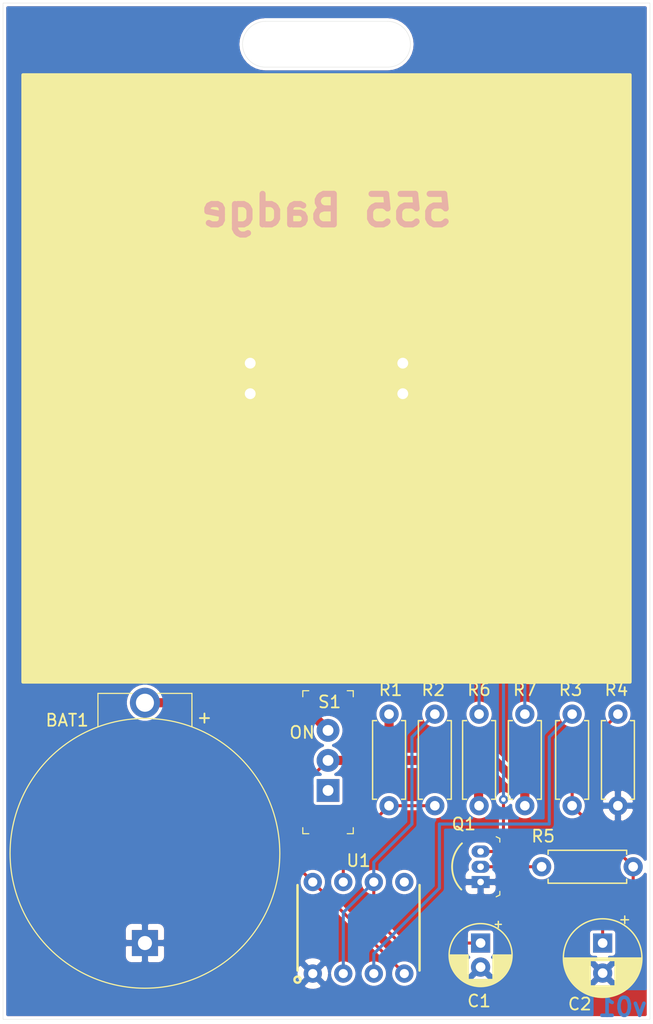
<source format=kicad_pcb>
(kicad_pcb (version 20171130) (host pcbnew "(5.1.6)-1")

  (general
    (thickness 1.6)
    (drawings 12)
    (tracks 59)
    (zones 0)
    (modules 15)
    (nets 14)
  )

  (page A4)
  (title_block
    (title "555 Badge")
    (date 2020-09-23)
    (rev v01)
    (comment 4 "Author: Satyam Banerjee")
  )

  (layers
    (0 F.Cu signal)
    (31 B.Cu signal)
    (32 B.Adhes user)
    (33 F.Adhes user)
    (34 B.Paste user)
    (35 F.Paste user)
    (36 B.SilkS user)
    (37 F.SilkS user)
    (38 B.Mask user)
    (39 F.Mask user)
    (40 Dwgs.User user)
    (41 Cmts.User user)
    (42 Eco1.User user)
    (43 Eco2.User user)
    (44 Edge.Cuts user)
    (45 Margin user)
    (46 B.CrtYd user)
    (47 F.CrtYd user)
    (48 B.Fab user)
    (49 F.Fab user)
  )

  (setup
    (last_trace_width 0.254)
    (user_trace_width 0.762)
    (trace_clearance 0.254)
    (zone_clearance 0.508)
    (zone_45_only no)
    (trace_min 0.1524)
    (via_size 0.762)
    (via_drill 0.381)
    (via_min_size 0.6858)
    (via_min_drill 0.3302)
    (uvia_size 0.762)
    (uvia_drill 0.381)
    (uvias_allowed no)
    (uvia_min_size 0.6858)
    (uvia_min_drill 0.3302)
    (edge_width 0.05)
    (segment_width 0.2)
    (pcb_text_width 0.3)
    (pcb_text_size 1.5 1.5)
    (mod_edge_width 0.12)
    (mod_text_size 1 1)
    (mod_text_width 0.15)
    (pad_size 1.524 1.524)
    (pad_drill 0.762)
    (pad_to_mask_clearance 0.0508)
    (aux_axis_origin 0 0)
    (visible_elements 7FFFFFFF)
    (pcbplotparams
      (layerselection 0x010f0_ffffffff)
      (usegerberextensions true)
      (usegerberattributes true)
      (usegerberadvancedattributes true)
      (creategerberjobfile true)
      (excludeedgelayer true)
      (linewidth 0.100000)
      (plotframeref false)
      (viasonmask false)
      (mode 1)
      (useauxorigin false)
      (hpglpennumber 1)
      (hpglpenspeed 20)
      (hpglpendiameter 15.000000)
      (psnegative false)
      (psa4output false)
      (plotreference true)
      (plotvalue false)
      (plotinvisibletext false)
      (padsonsilk false)
      (subtractmaskfromsilk false)
      (outputformat 1)
      (mirror false)
      (drillshape 0)
      (scaleselection 1)
      (outputdirectory "gerbers/"))
  )

  (net 0 "")
  (net 1 GND)
  (net 2 "Net-(BAT1-PadPos)")
  (net 3 "Net-(C1-Pad1)")
  (net 4 "Net-(C2-Pad1)")
  (net 5 "Net-(D1-Pad1)")
  (net 6 "Net-(D1-Pad2)")
  (net 7 "Net-(D2-Pad2)")
  (net 8 "Net-(Q1-Pad2)")
  (net 9 VCC)
  (net 10 "Net-(R1-Pad2)")
  (net 11 "Net-(R3-Pad2)")
  (net 12 "Net-(S1-Pad1)")
  (net 13 "Net-(U1-Pad5)")

  (net_class Default "This is the default net class."
    (clearance 0.254)
    (trace_width 0.254)
    (via_dia 0.762)
    (via_drill 0.381)
    (uvia_dia 0.762)
    (uvia_drill 0.381)
    (add_net GND)
    (add_net "Net-(BAT1-PadPos)")
    (add_net "Net-(C1-Pad1)")
    (add_net "Net-(C2-Pad1)")
    (add_net "Net-(D1-Pad1)")
    (add_net "Net-(D1-Pad2)")
    (add_net "Net-(D2-Pad2)")
    (add_net "Net-(Q1-Pad2)")
    (add_net "Net-(R1-Pad2)")
    (add_net "Net-(R3-Pad2)")
    (add_net "Net-(S1-Pad1)")
    (add_net "Net-(U1-Pad5)")
    (add_net VCC)
  )

  (module digikey-footprints:Battery_Holder_Coin_2032_BS-7 (layer F.Cu) (tedit 5F6C5B71) (tstamp 5F6BE883)
    (at 138.811 120.65 90)
    (descr http://www.memoryprotectiondevices.com/datasheets/BS-7-datasheet.pdf)
    (path /5F69FE57)
    (fp_text reference BAT1 (at 18.542 -6.477 180) (layer F.SilkS)
      (effects (font (size 1 1) (thickness 0.15)))
    )
    (fp_text value BS-7 (at 7.62 1.397 90) (layer F.Fab)
      (effects (font (size 1 1) (thickness 0.15)))
    )
    (fp_line (start -3.9624 11.43) (end 21.5138 11.43) (layer F.CrtYd) (width 0.05))
    (fp_line (start -3.9624 -11.43) (end 21.5138 -11.43) (layer F.CrtYd) (width 0.05))
    (fp_line (start 21.5138 -11.43) (end 21.5138 11.43) (layer F.CrtYd) (width 0.05))
    (fp_line (start -3.9624 -11.43) (end -3.9624 11.43) (layer F.CrtYd) (width 0.05))
    (fp_line (start 20.7772 3.9116) (end 20.7772 1.0668) (layer F.SilkS) (width 0.1))
    (fp_line (start 20.7772 -3.9116) (end 20.7772 -1.0668) (layer F.SilkS) (width 0.1))
    (fp_line (start 18.034 3.9116) (end 20.7772 3.9116) (layer F.SilkS) (width 0.1))
    (fp_line (start 18.034 -3.9116) (end 20.7772 -3.9116) (layer F.SilkS) (width 0.1))
    (fp_line (start 20.6756 -3.81) (end 20.6756 3.81) (layer F.Fab) (width 0.1))
    (fp_line (start 17.9832 3.81) (end 20.6756 3.81) (layer F.Fab) (width 0.1))
    (fp_line (start 17.9832 -3.81) (end 20.6756 -3.81) (layer F.Fab) (width 0.1))
    (fp_circle (center 7.4676 0) (end -3.7592 0) (layer F.SilkS) (width 0.1))
    (fp_circle (center 7.4676 0) (end -3.7084 0) (layer F.Fab) (width 0.1))
    (fp_text user %R (at 7.4676 0 90) (layer F.Fab)
      (effects (font (size 1 1) (thickness 0.15)))
    )
    (pad Pos thru_hole circle (at 20 0 90) (size 2.5 2.5) (drill 1.5) (layers *.Cu *.Mask)
      (net 2 "Net-(BAT1-PadPos)"))
    (pad Neg thru_hole rect (at 0 0 90) (size 2.17 2.17) (drill 1.17) (layers *.Cu *.Mask)
      (net 1 GND))
  )

  (module Capacitor_THT:CP_Radial_D5.0mm_P2.00mm (layer F.Cu) (tedit 5F6C5DEF) (tstamp 5F6BF563)
    (at 166.751 120.65 270)
    (descr "CP, Radial series, Radial, pin pitch=2.00mm, , diameter=5mm, Electrolytic Capacitor")
    (tags "CP Radial series Radial pin pitch 2.00mm  diameter 5mm Electrolytic Capacitor")
    (path /5F6A044F)
    (fp_text reference C1 (at 4.826 0.127 180) (layer F.SilkS)
      (effects (font (size 1 1) (thickness 0.15)))
    )
    (fp_text value 10uF (at 1 3.75 90) (layer F.Fab)
      (effects (font (size 1 1) (thickness 0.15)))
    )
    (fp_circle (center 1 0) (end 3.5 0) (layer F.Fab) (width 0.1))
    (fp_circle (center 1 0) (end 3.62 0) (layer F.SilkS) (width 0.12))
    (fp_circle (center 1 0) (end 3.75 0) (layer F.CrtYd) (width 0.05))
    (fp_line (start -1.133605 -1.0875) (end -0.633605 -1.0875) (layer F.Fab) (width 0.1))
    (fp_line (start -0.883605 -1.3375) (end -0.883605 -0.8375) (layer F.Fab) (width 0.1))
    (fp_line (start 1 1.04) (end 1 2.58) (layer F.SilkS) (width 0.12))
    (fp_line (start 1 -2.58) (end 1 -1.04) (layer F.SilkS) (width 0.12))
    (fp_line (start 1.04 1.04) (end 1.04 2.58) (layer F.SilkS) (width 0.12))
    (fp_line (start 1.04 -2.58) (end 1.04 -1.04) (layer F.SilkS) (width 0.12))
    (fp_line (start 1.08 -2.579) (end 1.08 -1.04) (layer F.SilkS) (width 0.12))
    (fp_line (start 1.08 1.04) (end 1.08 2.579) (layer F.SilkS) (width 0.12))
    (fp_line (start 1.12 -2.578) (end 1.12 -1.04) (layer F.SilkS) (width 0.12))
    (fp_line (start 1.12 1.04) (end 1.12 2.578) (layer F.SilkS) (width 0.12))
    (fp_line (start 1.16 -2.576) (end 1.16 -1.04) (layer F.SilkS) (width 0.12))
    (fp_line (start 1.16 1.04) (end 1.16 2.576) (layer F.SilkS) (width 0.12))
    (fp_line (start 1.2 -2.573) (end 1.2 -1.04) (layer F.SilkS) (width 0.12))
    (fp_line (start 1.2 1.04) (end 1.2 2.573) (layer F.SilkS) (width 0.12))
    (fp_line (start 1.24 -2.569) (end 1.24 -1.04) (layer F.SilkS) (width 0.12))
    (fp_line (start 1.24 1.04) (end 1.24 2.569) (layer F.SilkS) (width 0.12))
    (fp_line (start 1.28 -2.565) (end 1.28 -1.04) (layer F.SilkS) (width 0.12))
    (fp_line (start 1.28 1.04) (end 1.28 2.565) (layer F.SilkS) (width 0.12))
    (fp_line (start 1.32 -2.561) (end 1.32 -1.04) (layer F.SilkS) (width 0.12))
    (fp_line (start 1.32 1.04) (end 1.32 2.561) (layer F.SilkS) (width 0.12))
    (fp_line (start 1.36 -2.556) (end 1.36 -1.04) (layer F.SilkS) (width 0.12))
    (fp_line (start 1.36 1.04) (end 1.36 2.556) (layer F.SilkS) (width 0.12))
    (fp_line (start 1.4 -2.55) (end 1.4 -1.04) (layer F.SilkS) (width 0.12))
    (fp_line (start 1.4 1.04) (end 1.4 2.55) (layer F.SilkS) (width 0.12))
    (fp_line (start 1.44 -2.543) (end 1.44 -1.04) (layer F.SilkS) (width 0.12))
    (fp_line (start 1.44 1.04) (end 1.44 2.543) (layer F.SilkS) (width 0.12))
    (fp_line (start 1.48 -2.536) (end 1.48 -1.04) (layer F.SilkS) (width 0.12))
    (fp_line (start 1.48 1.04) (end 1.48 2.536) (layer F.SilkS) (width 0.12))
    (fp_line (start 1.52 -2.528) (end 1.52 -1.04) (layer F.SilkS) (width 0.12))
    (fp_line (start 1.52 1.04) (end 1.52 2.528) (layer F.SilkS) (width 0.12))
    (fp_line (start 1.56 -2.52) (end 1.56 -1.04) (layer F.SilkS) (width 0.12))
    (fp_line (start 1.56 1.04) (end 1.56 2.52) (layer F.SilkS) (width 0.12))
    (fp_line (start 1.6 -2.511) (end 1.6 -1.04) (layer F.SilkS) (width 0.12))
    (fp_line (start 1.6 1.04) (end 1.6 2.511) (layer F.SilkS) (width 0.12))
    (fp_line (start 1.64 -2.501) (end 1.64 -1.04) (layer F.SilkS) (width 0.12))
    (fp_line (start 1.64 1.04) (end 1.64 2.501) (layer F.SilkS) (width 0.12))
    (fp_line (start 1.68 -2.491) (end 1.68 -1.04) (layer F.SilkS) (width 0.12))
    (fp_line (start 1.68 1.04) (end 1.68 2.491) (layer F.SilkS) (width 0.12))
    (fp_line (start 1.721 -2.48) (end 1.721 -1.04) (layer F.SilkS) (width 0.12))
    (fp_line (start 1.721 1.04) (end 1.721 2.48) (layer F.SilkS) (width 0.12))
    (fp_line (start 1.761 -2.468) (end 1.761 -1.04) (layer F.SilkS) (width 0.12))
    (fp_line (start 1.761 1.04) (end 1.761 2.468) (layer F.SilkS) (width 0.12))
    (fp_line (start 1.801 -2.455) (end 1.801 -1.04) (layer F.SilkS) (width 0.12))
    (fp_line (start 1.801 1.04) (end 1.801 2.455) (layer F.SilkS) (width 0.12))
    (fp_line (start 1.841 -2.442) (end 1.841 -1.04) (layer F.SilkS) (width 0.12))
    (fp_line (start 1.841 1.04) (end 1.841 2.442) (layer F.SilkS) (width 0.12))
    (fp_line (start 1.881 -2.428) (end 1.881 -1.04) (layer F.SilkS) (width 0.12))
    (fp_line (start 1.881 1.04) (end 1.881 2.428) (layer F.SilkS) (width 0.12))
    (fp_line (start 1.921 -2.414) (end 1.921 -1.04) (layer F.SilkS) (width 0.12))
    (fp_line (start 1.921 1.04) (end 1.921 2.414) (layer F.SilkS) (width 0.12))
    (fp_line (start 1.961 -2.398) (end 1.961 -1.04) (layer F.SilkS) (width 0.12))
    (fp_line (start 1.961 1.04) (end 1.961 2.398) (layer F.SilkS) (width 0.12))
    (fp_line (start 2.001 -2.382) (end 2.001 -1.04) (layer F.SilkS) (width 0.12))
    (fp_line (start 2.001 1.04) (end 2.001 2.382) (layer F.SilkS) (width 0.12))
    (fp_line (start 2.041 -2.365) (end 2.041 -1.04) (layer F.SilkS) (width 0.12))
    (fp_line (start 2.041 1.04) (end 2.041 2.365) (layer F.SilkS) (width 0.12))
    (fp_line (start 2.081 -2.348) (end 2.081 -1.04) (layer F.SilkS) (width 0.12))
    (fp_line (start 2.081 1.04) (end 2.081 2.348) (layer F.SilkS) (width 0.12))
    (fp_line (start 2.121 -2.329) (end 2.121 -1.04) (layer F.SilkS) (width 0.12))
    (fp_line (start 2.121 1.04) (end 2.121 2.329) (layer F.SilkS) (width 0.12))
    (fp_line (start 2.161 -2.31) (end 2.161 -1.04) (layer F.SilkS) (width 0.12))
    (fp_line (start 2.161 1.04) (end 2.161 2.31) (layer F.SilkS) (width 0.12))
    (fp_line (start 2.201 -2.29) (end 2.201 -1.04) (layer F.SilkS) (width 0.12))
    (fp_line (start 2.201 1.04) (end 2.201 2.29) (layer F.SilkS) (width 0.12))
    (fp_line (start 2.241 -2.268) (end 2.241 -1.04) (layer F.SilkS) (width 0.12))
    (fp_line (start 2.241 1.04) (end 2.241 2.268) (layer F.SilkS) (width 0.12))
    (fp_line (start 2.281 -2.247) (end 2.281 -1.04) (layer F.SilkS) (width 0.12))
    (fp_line (start 2.281 1.04) (end 2.281 2.247) (layer F.SilkS) (width 0.12))
    (fp_line (start 2.321 -2.224) (end 2.321 -1.04) (layer F.SilkS) (width 0.12))
    (fp_line (start 2.321 1.04) (end 2.321 2.224) (layer F.SilkS) (width 0.12))
    (fp_line (start 2.361 -2.2) (end 2.361 -1.04) (layer F.SilkS) (width 0.12))
    (fp_line (start 2.361 1.04) (end 2.361 2.2) (layer F.SilkS) (width 0.12))
    (fp_line (start 2.401 -2.175) (end 2.401 -1.04) (layer F.SilkS) (width 0.12))
    (fp_line (start 2.401 1.04) (end 2.401 2.175) (layer F.SilkS) (width 0.12))
    (fp_line (start 2.441 -2.149) (end 2.441 -1.04) (layer F.SilkS) (width 0.12))
    (fp_line (start 2.441 1.04) (end 2.441 2.149) (layer F.SilkS) (width 0.12))
    (fp_line (start 2.481 -2.122) (end 2.481 -1.04) (layer F.SilkS) (width 0.12))
    (fp_line (start 2.481 1.04) (end 2.481 2.122) (layer F.SilkS) (width 0.12))
    (fp_line (start 2.521 -2.095) (end 2.521 -1.04) (layer F.SilkS) (width 0.12))
    (fp_line (start 2.521 1.04) (end 2.521 2.095) (layer F.SilkS) (width 0.12))
    (fp_line (start 2.561 -2.065) (end 2.561 -1.04) (layer F.SilkS) (width 0.12))
    (fp_line (start 2.561 1.04) (end 2.561 2.065) (layer F.SilkS) (width 0.12))
    (fp_line (start 2.601 -2.035) (end 2.601 -1.04) (layer F.SilkS) (width 0.12))
    (fp_line (start 2.601 1.04) (end 2.601 2.035) (layer F.SilkS) (width 0.12))
    (fp_line (start 2.641 -2.004) (end 2.641 -1.04) (layer F.SilkS) (width 0.12))
    (fp_line (start 2.641 1.04) (end 2.641 2.004) (layer F.SilkS) (width 0.12))
    (fp_line (start 2.681 -1.971) (end 2.681 -1.04) (layer F.SilkS) (width 0.12))
    (fp_line (start 2.681 1.04) (end 2.681 1.971) (layer F.SilkS) (width 0.12))
    (fp_line (start 2.721 -1.937) (end 2.721 -1.04) (layer F.SilkS) (width 0.12))
    (fp_line (start 2.721 1.04) (end 2.721 1.937) (layer F.SilkS) (width 0.12))
    (fp_line (start 2.761 -1.901) (end 2.761 -1.04) (layer F.SilkS) (width 0.12))
    (fp_line (start 2.761 1.04) (end 2.761 1.901) (layer F.SilkS) (width 0.12))
    (fp_line (start 2.801 -1.864) (end 2.801 -1.04) (layer F.SilkS) (width 0.12))
    (fp_line (start 2.801 1.04) (end 2.801 1.864) (layer F.SilkS) (width 0.12))
    (fp_line (start 2.841 -1.826) (end 2.841 -1.04) (layer F.SilkS) (width 0.12))
    (fp_line (start 2.841 1.04) (end 2.841 1.826) (layer F.SilkS) (width 0.12))
    (fp_line (start 2.881 -1.785) (end 2.881 -1.04) (layer F.SilkS) (width 0.12))
    (fp_line (start 2.881 1.04) (end 2.881 1.785) (layer F.SilkS) (width 0.12))
    (fp_line (start 2.921 -1.743) (end 2.921 -1.04) (layer F.SilkS) (width 0.12))
    (fp_line (start 2.921 1.04) (end 2.921 1.743) (layer F.SilkS) (width 0.12))
    (fp_line (start 2.961 -1.699) (end 2.961 -1.04) (layer F.SilkS) (width 0.12))
    (fp_line (start 2.961 1.04) (end 2.961 1.699) (layer F.SilkS) (width 0.12))
    (fp_line (start 3.001 -1.653) (end 3.001 -1.04) (layer F.SilkS) (width 0.12))
    (fp_line (start 3.001 1.04) (end 3.001 1.653) (layer F.SilkS) (width 0.12))
    (fp_line (start 3.041 -1.605) (end 3.041 1.605) (layer F.SilkS) (width 0.12))
    (fp_line (start 3.081 -1.554) (end 3.081 1.554) (layer F.SilkS) (width 0.12))
    (fp_line (start 3.121 -1.5) (end 3.121 1.5) (layer F.SilkS) (width 0.12))
    (fp_line (start 3.161 -1.443) (end 3.161 1.443) (layer F.SilkS) (width 0.12))
    (fp_line (start 3.201 -1.383) (end 3.201 1.383) (layer F.SilkS) (width 0.12))
    (fp_line (start 3.241 -1.319) (end 3.241 1.319) (layer F.SilkS) (width 0.12))
    (fp_line (start 3.281 -1.251) (end 3.281 1.251) (layer F.SilkS) (width 0.12))
    (fp_line (start 3.321 -1.178) (end 3.321 1.178) (layer F.SilkS) (width 0.12))
    (fp_line (start 3.361 -1.098) (end 3.361 1.098) (layer F.SilkS) (width 0.12))
    (fp_line (start 3.401 -1.011) (end 3.401 1.011) (layer F.SilkS) (width 0.12))
    (fp_line (start 3.441 -0.915) (end 3.441 0.915) (layer F.SilkS) (width 0.12))
    (fp_line (start 3.481 -0.805) (end 3.481 0.805) (layer F.SilkS) (width 0.12))
    (fp_line (start 3.521 -0.677) (end 3.521 0.677) (layer F.SilkS) (width 0.12))
    (fp_line (start 3.561 -0.518) (end 3.561 0.518) (layer F.SilkS) (width 0.12))
    (fp_line (start 3.601 -0.284) (end 3.601 0.284) (layer F.SilkS) (width 0.12))
    (fp_line (start -1.804775 -1.475) (end -1.304775 -1.475) (layer F.SilkS) (width 0.12))
    (fp_line (start -1.554775 -1.725) (end -1.554775 -1.225) (layer F.SilkS) (width 0.12))
    (fp_text user %R (at 1 0 90) (layer F.Fab)
      (effects (font (size 1 1) (thickness 0.15)))
    )
    (pad 2 thru_hole circle (at 2 0 270) (size 1.6 1.6) (drill 0.8) (layers *.Cu *.Mask)
      (net 1 GND))
    (pad 1 thru_hole rect (at 0 0 270) (size 1.6 1.6) (drill 0.8) (layers *.Cu *.Mask)
      (net 3 "Net-(C1-Pad1)"))
    (model ${KISYS3DMOD}/Capacitor_THT.3dshapes/CP_Radial_D5.0mm_P2.00mm.wrl
      (at (xyz 0 0 0))
      (scale (xyz 1 1 1))
      (rotate (xyz 0 0 0))
    )
  )

  (module Capacitor_THT:CP_Radial_D6.3mm_P2.50mm (layer F.Cu) (tedit 5F6C6481) (tstamp 5F6BCBB9)
    (at 176.911 120.65 270)
    (descr "CP, Radial series, Radial, pin pitch=2.50mm, , diameter=6.3mm, Electrolytic Capacitor")
    (tags "CP Radial series Radial pin pitch 2.50mm  diameter 6.3mm Electrolytic Capacitor")
    (path /5F6A0CDB)
    (fp_text reference C2 (at 5.08 1.905 180) (layer F.SilkS)
      (effects (font (size 1 1) (thickness 0.15)))
    )
    (fp_text value 100uF (at 1.25 4.4 90) (layer F.Fab)
      (effects (font (size 1 1) (thickness 0.15)))
    )
    (fp_circle (center 1.25 0) (end 4.4 0) (layer F.Fab) (width 0.1))
    (fp_circle (center 1.25 0) (end 4.52 0) (layer F.SilkS) (width 0.12))
    (fp_circle (center 1.25 0) (end 4.65 0) (layer F.CrtYd) (width 0.05))
    (fp_line (start -1.443972 -1.3735) (end -0.813972 -1.3735) (layer F.Fab) (width 0.1))
    (fp_line (start -1.128972 -1.6885) (end -1.128972 -1.0585) (layer F.Fab) (width 0.1))
    (fp_line (start 1.25 -3.23) (end 1.25 3.23) (layer F.SilkS) (width 0.12))
    (fp_line (start 1.29 -3.23) (end 1.29 3.23) (layer F.SilkS) (width 0.12))
    (fp_line (start 1.33 -3.23) (end 1.33 3.23) (layer F.SilkS) (width 0.12))
    (fp_line (start 1.37 -3.228) (end 1.37 3.228) (layer F.SilkS) (width 0.12))
    (fp_line (start 1.41 -3.227) (end 1.41 3.227) (layer F.SilkS) (width 0.12))
    (fp_line (start 1.45 -3.224) (end 1.45 3.224) (layer F.SilkS) (width 0.12))
    (fp_line (start 1.49 -3.222) (end 1.49 -1.04) (layer F.SilkS) (width 0.12))
    (fp_line (start 1.49 1.04) (end 1.49 3.222) (layer F.SilkS) (width 0.12))
    (fp_line (start 1.53 -3.218) (end 1.53 -1.04) (layer F.SilkS) (width 0.12))
    (fp_line (start 1.53 1.04) (end 1.53 3.218) (layer F.SilkS) (width 0.12))
    (fp_line (start 1.57 -3.215) (end 1.57 -1.04) (layer F.SilkS) (width 0.12))
    (fp_line (start 1.57 1.04) (end 1.57 3.215) (layer F.SilkS) (width 0.12))
    (fp_line (start 1.61 -3.211) (end 1.61 -1.04) (layer F.SilkS) (width 0.12))
    (fp_line (start 1.61 1.04) (end 1.61 3.211) (layer F.SilkS) (width 0.12))
    (fp_line (start 1.65 -3.206) (end 1.65 -1.04) (layer F.SilkS) (width 0.12))
    (fp_line (start 1.65 1.04) (end 1.65 3.206) (layer F.SilkS) (width 0.12))
    (fp_line (start 1.69 -3.201) (end 1.69 -1.04) (layer F.SilkS) (width 0.12))
    (fp_line (start 1.69 1.04) (end 1.69 3.201) (layer F.SilkS) (width 0.12))
    (fp_line (start 1.73 -3.195) (end 1.73 -1.04) (layer F.SilkS) (width 0.12))
    (fp_line (start 1.73 1.04) (end 1.73 3.195) (layer F.SilkS) (width 0.12))
    (fp_line (start 1.77 -3.189) (end 1.77 -1.04) (layer F.SilkS) (width 0.12))
    (fp_line (start 1.77 1.04) (end 1.77 3.189) (layer F.SilkS) (width 0.12))
    (fp_line (start 1.81 -3.182) (end 1.81 -1.04) (layer F.SilkS) (width 0.12))
    (fp_line (start 1.81 1.04) (end 1.81 3.182) (layer F.SilkS) (width 0.12))
    (fp_line (start 1.85 -3.175) (end 1.85 -1.04) (layer F.SilkS) (width 0.12))
    (fp_line (start 1.85 1.04) (end 1.85 3.175) (layer F.SilkS) (width 0.12))
    (fp_line (start 1.89 -3.167) (end 1.89 -1.04) (layer F.SilkS) (width 0.12))
    (fp_line (start 1.89 1.04) (end 1.89 3.167) (layer F.SilkS) (width 0.12))
    (fp_line (start 1.93 -3.159) (end 1.93 -1.04) (layer F.SilkS) (width 0.12))
    (fp_line (start 1.93 1.04) (end 1.93 3.159) (layer F.SilkS) (width 0.12))
    (fp_line (start 1.971 -3.15) (end 1.971 -1.04) (layer F.SilkS) (width 0.12))
    (fp_line (start 1.971 1.04) (end 1.971 3.15) (layer F.SilkS) (width 0.12))
    (fp_line (start 2.011 -3.141) (end 2.011 -1.04) (layer F.SilkS) (width 0.12))
    (fp_line (start 2.011 1.04) (end 2.011 3.141) (layer F.SilkS) (width 0.12))
    (fp_line (start 2.051 -3.131) (end 2.051 -1.04) (layer F.SilkS) (width 0.12))
    (fp_line (start 2.051 1.04) (end 2.051 3.131) (layer F.SilkS) (width 0.12))
    (fp_line (start 2.091 -3.121) (end 2.091 -1.04) (layer F.SilkS) (width 0.12))
    (fp_line (start 2.091 1.04) (end 2.091 3.121) (layer F.SilkS) (width 0.12))
    (fp_line (start 2.131 -3.11) (end 2.131 -1.04) (layer F.SilkS) (width 0.12))
    (fp_line (start 2.131 1.04) (end 2.131 3.11) (layer F.SilkS) (width 0.12))
    (fp_line (start 2.171 -3.098) (end 2.171 -1.04) (layer F.SilkS) (width 0.12))
    (fp_line (start 2.171 1.04) (end 2.171 3.098) (layer F.SilkS) (width 0.12))
    (fp_line (start 2.211 -3.086) (end 2.211 -1.04) (layer F.SilkS) (width 0.12))
    (fp_line (start 2.211 1.04) (end 2.211 3.086) (layer F.SilkS) (width 0.12))
    (fp_line (start 2.251 -3.074) (end 2.251 -1.04) (layer F.SilkS) (width 0.12))
    (fp_line (start 2.251 1.04) (end 2.251 3.074) (layer F.SilkS) (width 0.12))
    (fp_line (start 2.291 -3.061) (end 2.291 -1.04) (layer F.SilkS) (width 0.12))
    (fp_line (start 2.291 1.04) (end 2.291 3.061) (layer F.SilkS) (width 0.12))
    (fp_line (start 2.331 -3.047) (end 2.331 -1.04) (layer F.SilkS) (width 0.12))
    (fp_line (start 2.331 1.04) (end 2.331 3.047) (layer F.SilkS) (width 0.12))
    (fp_line (start 2.371 -3.033) (end 2.371 -1.04) (layer F.SilkS) (width 0.12))
    (fp_line (start 2.371 1.04) (end 2.371 3.033) (layer F.SilkS) (width 0.12))
    (fp_line (start 2.411 -3.018) (end 2.411 -1.04) (layer F.SilkS) (width 0.12))
    (fp_line (start 2.411 1.04) (end 2.411 3.018) (layer F.SilkS) (width 0.12))
    (fp_line (start 2.451 -3.002) (end 2.451 -1.04) (layer F.SilkS) (width 0.12))
    (fp_line (start 2.451 1.04) (end 2.451 3.002) (layer F.SilkS) (width 0.12))
    (fp_line (start 2.491 -2.986) (end 2.491 -1.04) (layer F.SilkS) (width 0.12))
    (fp_line (start 2.491 1.04) (end 2.491 2.986) (layer F.SilkS) (width 0.12))
    (fp_line (start 2.531 -2.97) (end 2.531 -1.04) (layer F.SilkS) (width 0.12))
    (fp_line (start 2.531 1.04) (end 2.531 2.97) (layer F.SilkS) (width 0.12))
    (fp_line (start 2.571 -2.952) (end 2.571 -1.04) (layer F.SilkS) (width 0.12))
    (fp_line (start 2.571 1.04) (end 2.571 2.952) (layer F.SilkS) (width 0.12))
    (fp_line (start 2.611 -2.934) (end 2.611 -1.04) (layer F.SilkS) (width 0.12))
    (fp_line (start 2.611 1.04) (end 2.611 2.934) (layer F.SilkS) (width 0.12))
    (fp_line (start 2.651 -2.916) (end 2.651 -1.04) (layer F.SilkS) (width 0.12))
    (fp_line (start 2.651 1.04) (end 2.651 2.916) (layer F.SilkS) (width 0.12))
    (fp_line (start 2.691 -2.896) (end 2.691 -1.04) (layer F.SilkS) (width 0.12))
    (fp_line (start 2.691 1.04) (end 2.691 2.896) (layer F.SilkS) (width 0.12))
    (fp_line (start 2.731 -2.876) (end 2.731 -1.04) (layer F.SilkS) (width 0.12))
    (fp_line (start 2.731 1.04) (end 2.731 2.876) (layer F.SilkS) (width 0.12))
    (fp_line (start 2.771 -2.856) (end 2.771 -1.04) (layer F.SilkS) (width 0.12))
    (fp_line (start 2.771 1.04) (end 2.771 2.856) (layer F.SilkS) (width 0.12))
    (fp_line (start 2.811 -2.834) (end 2.811 -1.04) (layer F.SilkS) (width 0.12))
    (fp_line (start 2.811 1.04) (end 2.811 2.834) (layer F.SilkS) (width 0.12))
    (fp_line (start 2.851 -2.812) (end 2.851 -1.04) (layer F.SilkS) (width 0.12))
    (fp_line (start 2.851 1.04) (end 2.851 2.812) (layer F.SilkS) (width 0.12))
    (fp_line (start 2.891 -2.79) (end 2.891 -1.04) (layer F.SilkS) (width 0.12))
    (fp_line (start 2.891 1.04) (end 2.891 2.79) (layer F.SilkS) (width 0.12))
    (fp_line (start 2.931 -2.766) (end 2.931 -1.04) (layer F.SilkS) (width 0.12))
    (fp_line (start 2.931 1.04) (end 2.931 2.766) (layer F.SilkS) (width 0.12))
    (fp_line (start 2.971 -2.742) (end 2.971 -1.04) (layer F.SilkS) (width 0.12))
    (fp_line (start 2.971 1.04) (end 2.971 2.742) (layer F.SilkS) (width 0.12))
    (fp_line (start 3.011 -2.716) (end 3.011 -1.04) (layer F.SilkS) (width 0.12))
    (fp_line (start 3.011 1.04) (end 3.011 2.716) (layer F.SilkS) (width 0.12))
    (fp_line (start 3.051 -2.69) (end 3.051 -1.04) (layer F.SilkS) (width 0.12))
    (fp_line (start 3.051 1.04) (end 3.051 2.69) (layer F.SilkS) (width 0.12))
    (fp_line (start 3.091 -2.664) (end 3.091 -1.04) (layer F.SilkS) (width 0.12))
    (fp_line (start 3.091 1.04) (end 3.091 2.664) (layer F.SilkS) (width 0.12))
    (fp_line (start 3.131 -2.636) (end 3.131 -1.04) (layer F.SilkS) (width 0.12))
    (fp_line (start 3.131 1.04) (end 3.131 2.636) (layer F.SilkS) (width 0.12))
    (fp_line (start 3.171 -2.607) (end 3.171 -1.04) (layer F.SilkS) (width 0.12))
    (fp_line (start 3.171 1.04) (end 3.171 2.607) (layer F.SilkS) (width 0.12))
    (fp_line (start 3.211 -2.578) (end 3.211 -1.04) (layer F.SilkS) (width 0.12))
    (fp_line (start 3.211 1.04) (end 3.211 2.578) (layer F.SilkS) (width 0.12))
    (fp_line (start 3.251 -2.548) (end 3.251 -1.04) (layer F.SilkS) (width 0.12))
    (fp_line (start 3.251 1.04) (end 3.251 2.548) (layer F.SilkS) (width 0.12))
    (fp_line (start 3.291 -2.516) (end 3.291 -1.04) (layer F.SilkS) (width 0.12))
    (fp_line (start 3.291 1.04) (end 3.291 2.516) (layer F.SilkS) (width 0.12))
    (fp_line (start 3.331 -2.484) (end 3.331 -1.04) (layer F.SilkS) (width 0.12))
    (fp_line (start 3.331 1.04) (end 3.331 2.484) (layer F.SilkS) (width 0.12))
    (fp_line (start 3.371 -2.45) (end 3.371 -1.04) (layer F.SilkS) (width 0.12))
    (fp_line (start 3.371 1.04) (end 3.371 2.45) (layer F.SilkS) (width 0.12))
    (fp_line (start 3.411 -2.416) (end 3.411 -1.04) (layer F.SilkS) (width 0.12))
    (fp_line (start 3.411 1.04) (end 3.411 2.416) (layer F.SilkS) (width 0.12))
    (fp_line (start 3.451 -2.38) (end 3.451 -1.04) (layer F.SilkS) (width 0.12))
    (fp_line (start 3.451 1.04) (end 3.451 2.38) (layer F.SilkS) (width 0.12))
    (fp_line (start 3.491 -2.343) (end 3.491 -1.04) (layer F.SilkS) (width 0.12))
    (fp_line (start 3.491 1.04) (end 3.491 2.343) (layer F.SilkS) (width 0.12))
    (fp_line (start 3.531 -2.305) (end 3.531 -1.04) (layer F.SilkS) (width 0.12))
    (fp_line (start 3.531 1.04) (end 3.531 2.305) (layer F.SilkS) (width 0.12))
    (fp_line (start 3.571 -2.265) (end 3.571 2.265) (layer F.SilkS) (width 0.12))
    (fp_line (start 3.611 -2.224) (end 3.611 2.224) (layer F.SilkS) (width 0.12))
    (fp_line (start 3.651 -2.182) (end 3.651 2.182) (layer F.SilkS) (width 0.12))
    (fp_line (start 3.691 -2.137) (end 3.691 2.137) (layer F.SilkS) (width 0.12))
    (fp_line (start 3.731 -2.092) (end 3.731 2.092) (layer F.SilkS) (width 0.12))
    (fp_line (start 3.771 -2.044) (end 3.771 2.044) (layer F.SilkS) (width 0.12))
    (fp_line (start 3.811 -1.995) (end 3.811 1.995) (layer F.SilkS) (width 0.12))
    (fp_line (start 3.851 -1.944) (end 3.851 1.944) (layer F.SilkS) (width 0.12))
    (fp_line (start 3.891 -1.89) (end 3.891 1.89) (layer F.SilkS) (width 0.12))
    (fp_line (start 3.931 -1.834) (end 3.931 1.834) (layer F.SilkS) (width 0.12))
    (fp_line (start 3.971 -1.776) (end 3.971 1.776) (layer F.SilkS) (width 0.12))
    (fp_line (start 4.011 -1.714) (end 4.011 1.714) (layer F.SilkS) (width 0.12))
    (fp_line (start 4.051 -1.65) (end 4.051 1.65) (layer F.SilkS) (width 0.12))
    (fp_line (start 4.091 -1.581) (end 4.091 1.581) (layer F.SilkS) (width 0.12))
    (fp_line (start 4.131 -1.509) (end 4.131 1.509) (layer F.SilkS) (width 0.12))
    (fp_line (start 4.171 -1.432) (end 4.171 1.432) (layer F.SilkS) (width 0.12))
    (fp_line (start 4.211 -1.35) (end 4.211 1.35) (layer F.SilkS) (width 0.12))
    (fp_line (start 4.251 -1.262) (end 4.251 1.262) (layer F.SilkS) (width 0.12))
    (fp_line (start 4.291 -1.165) (end 4.291 1.165) (layer F.SilkS) (width 0.12))
    (fp_line (start 4.331 -1.059) (end 4.331 1.059) (layer F.SilkS) (width 0.12))
    (fp_line (start 4.371 -0.94) (end 4.371 0.94) (layer F.SilkS) (width 0.12))
    (fp_line (start 4.411 -0.802) (end 4.411 0.802) (layer F.SilkS) (width 0.12))
    (fp_line (start 4.451 -0.633) (end 4.451 0.633) (layer F.SilkS) (width 0.12))
    (fp_line (start 4.491 -0.402) (end 4.491 0.402) (layer F.SilkS) (width 0.12))
    (fp_line (start -2.250241 -1.839) (end -1.620241 -1.839) (layer F.SilkS) (width 0.12))
    (fp_line (start -1.935241 -2.154) (end -1.935241 -1.524) (layer F.SilkS) (width 0.12))
    (fp_text user %R (at 1.25 0 90) (layer F.Fab)
      (effects (font (size 1 1) (thickness 0.15)))
    )
    (pad 2 thru_hole circle (at 2.5 0 270) (size 1.6 1.6) (drill 0.8) (layers *.Cu *.Mask)
      (net 1 GND))
    (pad 1 thru_hole rect (at 0 0 270) (size 1.6 1.6) (drill 0.8) (layers *.Cu *.Mask)
      (net 4 "Net-(C2-Pad1)"))
    (model ${KISYS3DMOD}/Capacitor_THT.3dshapes/CP_Radial_D6.3mm_P2.50mm.wrl
      (at (xyz 0 0 0))
      (scale (xyz 1 1 1))
      (rotate (xyz 0 0 0))
    )
  )

  (module LED_THT:LED_D3.0mm (layer F.Cu) (tedit 587A3A7B) (tstamp 5F6BCBCC)
    (at 147.574 74.93 90)
    (descr "LED, diameter 3.0mm, 2 pins")
    (tags "LED diameter 3.0mm 2 pins")
    (path /5F6A17B0)
    (fp_text reference D1 (at 1.27 -2.96 90) (layer F.SilkS)
      (effects (font (size 1 1) (thickness 0.15)))
    )
    (fp_text value RED (at 1.27 2.96 90) (layer F.Fab)
      (effects (font (size 1 1) (thickness 0.15)))
    )
    (fp_circle (center 1.27 0) (end 2.77 0) (layer F.Fab) (width 0.1))
    (fp_line (start -0.23 -1.16619) (end -0.23 1.16619) (layer F.Fab) (width 0.1))
    (fp_line (start -0.29 -1.236) (end -0.29 -1.08) (layer F.SilkS) (width 0.12))
    (fp_line (start -0.29 1.08) (end -0.29 1.236) (layer F.SilkS) (width 0.12))
    (fp_line (start -1.15 -2.25) (end -1.15 2.25) (layer F.CrtYd) (width 0.05))
    (fp_line (start -1.15 2.25) (end 3.7 2.25) (layer F.CrtYd) (width 0.05))
    (fp_line (start 3.7 2.25) (end 3.7 -2.25) (layer F.CrtYd) (width 0.05))
    (fp_line (start 3.7 -2.25) (end -1.15 -2.25) (layer F.CrtYd) (width 0.05))
    (fp_arc (start 1.27 0) (end 0.229039 1.08) (angle -87.9) (layer F.SilkS) (width 0.12))
    (fp_arc (start 1.27 0) (end 0.229039 -1.08) (angle 87.9) (layer F.SilkS) (width 0.12))
    (fp_arc (start 1.27 0) (end -0.29 1.235516) (angle -108.8) (layer F.SilkS) (width 0.12))
    (fp_arc (start 1.27 0) (end -0.29 -1.235516) (angle 108.8) (layer F.SilkS) (width 0.12))
    (fp_arc (start 1.27 0) (end -0.23 -1.16619) (angle 284.3) (layer F.Fab) (width 0.1))
    (pad 2 thru_hole circle (at 2.54 0 90) (size 1.8 1.8) (drill 0.9) (layers *.Cu *.Mask)
      (net 6 "Net-(D1-Pad2)"))
    (pad 1 thru_hole rect (at 0 0 90) (size 1.8 1.8) (drill 0.9) (layers *.Cu *.Mask)
      (net 5 "Net-(D1-Pad1)"))
    (model ${KISYS3DMOD}/LED_THT.3dshapes/LED_D3.0mm.wrl
      (at (xyz 0 0 0))
      (scale (xyz 1 1 1))
      (rotate (xyz 0 0 0))
    )
  )

  (module LED_THT:LED_D3.0mm (layer F.Cu) (tedit 587A3A7B) (tstamp 5F6BCBDF)
    (at 160.274 74.93 90)
    (descr "LED, diameter 3.0mm, 2 pins")
    (tags "LED diameter 3.0mm 2 pins")
    (path /5F6A2155)
    (fp_text reference D2 (at 1.27 -2.96 90) (layer F.SilkS)
      (effects (font (size 1 1) (thickness 0.15)))
    )
    (fp_text value RED (at 1.27 2.96 90) (layer F.Fab)
      (effects (font (size 1 1) (thickness 0.15)))
    )
    (fp_circle (center 1.27 0) (end 2.77 0) (layer F.Fab) (width 0.1))
    (fp_line (start -0.23 -1.16619) (end -0.23 1.16619) (layer F.Fab) (width 0.1))
    (fp_line (start -0.29 -1.236) (end -0.29 -1.08) (layer F.SilkS) (width 0.12))
    (fp_line (start -0.29 1.08) (end -0.29 1.236) (layer F.SilkS) (width 0.12))
    (fp_line (start -1.15 -2.25) (end -1.15 2.25) (layer F.CrtYd) (width 0.05))
    (fp_line (start -1.15 2.25) (end 3.7 2.25) (layer F.CrtYd) (width 0.05))
    (fp_line (start 3.7 2.25) (end 3.7 -2.25) (layer F.CrtYd) (width 0.05))
    (fp_line (start 3.7 -2.25) (end -1.15 -2.25) (layer F.CrtYd) (width 0.05))
    (fp_arc (start 1.27 0) (end 0.229039 1.08) (angle -87.9) (layer F.SilkS) (width 0.12))
    (fp_arc (start 1.27 0) (end 0.229039 -1.08) (angle 87.9) (layer F.SilkS) (width 0.12))
    (fp_arc (start 1.27 0) (end -0.29 1.235516) (angle -108.8) (layer F.SilkS) (width 0.12))
    (fp_arc (start 1.27 0) (end -0.29 -1.235516) (angle 108.8) (layer F.SilkS) (width 0.12))
    (fp_arc (start 1.27 0) (end -0.23 -1.16619) (angle 284.3) (layer F.Fab) (width 0.1))
    (pad 2 thru_hole circle (at 2.54 0 90) (size 1.8 1.8) (drill 0.9) (layers *.Cu *.Mask)
      (net 7 "Net-(D2-Pad2)"))
    (pad 1 thru_hole rect (at 0 0 90) (size 1.8 1.8) (drill 0.9) (layers *.Cu *.Mask)
      (net 5 "Net-(D1-Pad1)"))
    (model ${KISYS3DMOD}/LED_THT.3dshapes/LED_D3.0mm.wrl
      (at (xyz 0 0 0))
      (scale (xyz 1 1 1))
      (rotate (xyz 0 0 0))
    )
  )

  (module digikey-footprints:TO-92-3 (layer F.Cu) (tedit 5F6C5DC9) (tstamp 5F6BEC33)
    (at 166.751 115.57 90)
    (descr http://www.ti.com/lit/ds/symlink/tl431a.pdf)
    (path /5F6A2423)
    (fp_text reference Q1 (at 4.826 -1.397 180) (layer F.SilkS)
      (effects (font (size 1 1) (thickness 0.15)))
    )
    (fp_text value 2N3904 (at 1.27 2.5 90) (layer F.Fab)
      (effects (font (size 1 1) (thickness 0.15)))
    )
    (fp_line (start -1.08 1.6) (end -1.23 1.3) (layer F.SilkS) (width 0.1))
    (fp_line (start -0.78 1.6) (end -1.08 1.6) (layer F.SilkS) (width 0.1))
    (fp_line (start 3.62 1.6) (end 3.32 1.6) (layer F.SilkS) (width 0.1))
    (fp_line (start 3.62 1.6) (end 3.77 1.3) (layer F.SilkS) (width 0.1))
    (fp_line (start 4.17 1.75) (end 4.17 -2.5) (layer F.CrtYd) (width 0.05))
    (fp_line (start -1.63 1.75) (end -1.63 -2.5) (layer F.CrtYd) (width 0.05))
    (fp_line (start -1.63 1.75) (end 4.17 1.75) (layer F.CrtYd) (width 0.05))
    (fp_line (start -1.63 -2.5) (end 4.17 -2.5) (layer F.CrtYd) (width 0.05))
    (fp_line (start 3.57 1.5) (end -1.03 1.5) (layer F.Fab) (width 0.15))
    (fp_arc (start 1.27 0.35) (end -0.63 -1.6) (angle 90) (layer F.SilkS) (width 0.15))
    (fp_arc (start 1.27 0.3) (end -1.03 1.5) (angle 235) (layer F.Fab) (width 0.15))
    (fp_arc (start 1.27 0.3) (end -1.33 0.3) (angle 90) (layer F.Fab) (width 0.15))
    (fp_text user %R (at 1.27 -1.25 270) (layer F.Fab)
      (effects (font (size 0.75 0.75) (thickness 0.15)))
    )
    (pad 2 thru_hole oval (at 1.27 0 270) (size 1 1.5) (drill 0.55) (layers *.Cu *.Mask)
      (net 8 "Net-(Q1-Pad2)"))
    (pad 3 thru_hole oval (at 2.54 0 270) (size 1 1.5) (drill 0.55) (layers *.Cu *.Mask)
      (net 5 "Net-(D1-Pad1)"))
    (pad 1 thru_hole rect (at 0 0 270) (size 1 1.5) (drill 0.55) (layers *.Cu *.Mask)
      (net 1 GND))
  )

  (module Resistor_THT:R_Axial_DIN0207_L6.3mm_D2.5mm_P7.62mm_Horizontal (layer F.Cu) (tedit 5F6C61A5) (tstamp 5F6C48C8)
    (at 159.131 101.6 270)
    (descr "Resistor, Axial_DIN0207 series, Axial, Horizontal, pin pitch=7.62mm, 0.25W = 1/4W, length*diameter=6.3*2.5mm^2, http://cdn-reichelt.de/documents/datenblatt/B400/1_4W%23YAG.pdf")
    (tags "Resistor Axial_DIN0207 series Axial Horizontal pin pitch 7.62mm 0.25W = 1/4W length 6.3mm diameter 2.5mm")
    (path /5F69CA78)
    (fp_text reference R1 (at -2.032 -0.127 180) (layer F.SilkS)
      (effects (font (size 1 1) (thickness 0.15)))
    )
    (fp_text value 22k (at 3.81 2.37 90) (layer F.Fab)
      (effects (font (size 1 1) (thickness 0.15)))
    )
    (fp_line (start 8.67 -1.5) (end -1.05 -1.5) (layer F.CrtYd) (width 0.05))
    (fp_line (start 8.67 1.5) (end 8.67 -1.5) (layer F.CrtYd) (width 0.05))
    (fp_line (start -1.05 1.5) (end 8.67 1.5) (layer F.CrtYd) (width 0.05))
    (fp_line (start -1.05 -1.5) (end -1.05 1.5) (layer F.CrtYd) (width 0.05))
    (fp_line (start 7.08 1.37) (end 7.08 1.04) (layer F.SilkS) (width 0.12))
    (fp_line (start 0.54 1.37) (end 7.08 1.37) (layer F.SilkS) (width 0.12))
    (fp_line (start 0.54 1.04) (end 0.54 1.37) (layer F.SilkS) (width 0.12))
    (fp_line (start 7.08 -1.37) (end 7.08 -1.04) (layer F.SilkS) (width 0.12))
    (fp_line (start 0.54 -1.37) (end 7.08 -1.37) (layer F.SilkS) (width 0.12))
    (fp_line (start 0.54 -1.04) (end 0.54 -1.37) (layer F.SilkS) (width 0.12))
    (fp_line (start 7.62 0) (end 6.96 0) (layer F.Fab) (width 0.1))
    (fp_line (start 0 0) (end 0.66 0) (layer F.Fab) (width 0.1))
    (fp_line (start 6.96 -1.25) (end 0.66 -1.25) (layer F.Fab) (width 0.1))
    (fp_line (start 6.96 1.25) (end 6.96 -1.25) (layer F.Fab) (width 0.1))
    (fp_line (start 0.66 1.25) (end 6.96 1.25) (layer F.Fab) (width 0.1))
    (fp_line (start 0.66 -1.25) (end 0.66 1.25) (layer F.Fab) (width 0.1))
    (fp_text user %R (at 3.81 0 90) (layer F.Fab)
      (effects (font (size 1 1) (thickness 0.15)))
    )
    (pad 1 thru_hole circle (at 0 0 270) (size 1.6 1.6) (drill 0.8) (layers *.Cu *.Mask)
      (net 9 VCC))
    (pad 2 thru_hole oval (at 7.62 0 270) (size 1.6 1.6) (drill 0.8) (layers *.Cu *.Mask)
      (net 10 "Net-(R1-Pad2)"))
    (model ${KISYS3DMOD}/Resistor_THT.3dshapes/R_Axial_DIN0207_L6.3mm_D2.5mm_P7.62mm_Horizontal.wrl
      (at (xyz 0 0 0))
      (scale (xyz 1 1 1))
      (rotate (xyz 0 0 0))
    )
  )

  (module Resistor_THT:R_Axial_DIN0207_L6.3mm_D2.5mm_P7.62mm_Horizontal (layer F.Cu) (tedit 5F6C5D35) (tstamp 5F6BCC21)
    (at 162.941 109.22 90)
    (descr "Resistor, Axial_DIN0207 series, Axial, Horizontal, pin pitch=7.62mm, 0.25W = 1/4W, length*diameter=6.3*2.5mm^2, http://cdn-reichelt.de/documents/datenblatt/B400/1_4W%23YAG.pdf")
    (tags "Resistor Axial_DIN0207 series Axial Horizontal pin pitch 7.62mm 0.25W = 1/4W length 6.3mm diameter 2.5mm")
    (path /5F69DEB2)
    (fp_text reference R2 (at 9.652 -0.127 180) (layer F.SilkS)
      (effects (font (size 1 1) (thickness 0.15)))
    )
    (fp_text value 330k (at 3.81 2.37 90) (layer F.Fab)
      (effects (font (size 1 1) (thickness 0.15)))
    )
    (fp_line (start 8.67 -1.5) (end -1.05 -1.5) (layer F.CrtYd) (width 0.05))
    (fp_line (start 8.67 1.5) (end 8.67 -1.5) (layer F.CrtYd) (width 0.05))
    (fp_line (start -1.05 1.5) (end 8.67 1.5) (layer F.CrtYd) (width 0.05))
    (fp_line (start -1.05 -1.5) (end -1.05 1.5) (layer F.CrtYd) (width 0.05))
    (fp_line (start 7.08 1.37) (end 7.08 1.04) (layer F.SilkS) (width 0.12))
    (fp_line (start 0.54 1.37) (end 7.08 1.37) (layer F.SilkS) (width 0.12))
    (fp_line (start 0.54 1.04) (end 0.54 1.37) (layer F.SilkS) (width 0.12))
    (fp_line (start 7.08 -1.37) (end 7.08 -1.04) (layer F.SilkS) (width 0.12))
    (fp_line (start 0.54 -1.37) (end 7.08 -1.37) (layer F.SilkS) (width 0.12))
    (fp_line (start 0.54 -1.04) (end 0.54 -1.37) (layer F.SilkS) (width 0.12))
    (fp_line (start 7.62 0) (end 6.96 0) (layer F.Fab) (width 0.1))
    (fp_line (start 0 0) (end 0.66 0) (layer F.Fab) (width 0.1))
    (fp_line (start 6.96 -1.25) (end 0.66 -1.25) (layer F.Fab) (width 0.1))
    (fp_line (start 6.96 1.25) (end 6.96 -1.25) (layer F.Fab) (width 0.1))
    (fp_line (start 0.66 1.25) (end 6.96 1.25) (layer F.Fab) (width 0.1))
    (fp_line (start 0.66 -1.25) (end 0.66 1.25) (layer F.Fab) (width 0.1))
    (fp_text user %R (at 3.81 0 90) (layer F.Fab)
      (effects (font (size 1 1) (thickness 0.15)))
    )
    (pad 1 thru_hole circle (at 0 0 90) (size 1.6 1.6) (drill 0.8) (layers *.Cu *.Mask)
      (net 10 "Net-(R1-Pad2)"))
    (pad 2 thru_hole oval (at 7.62 0 90) (size 1.6 1.6) (drill 0.8) (layers *.Cu *.Mask)
      (net 3 "Net-(C1-Pad1)"))
    (model ${KISYS3DMOD}/Resistor_THT.3dshapes/R_Axial_DIN0207_L6.3mm_D2.5mm_P7.62mm_Horizontal.wrl
      (at (xyz 0 0 0))
      (scale (xyz 1 1 1))
      (rotate (xyz 0 0 0))
    )
  )

  (module Resistor_THT:R_Axial_DIN0207_L6.3mm_D2.5mm_P7.62mm_Horizontal (layer F.Cu) (tedit 5F6C5D72) (tstamp 5F6C4AFF)
    (at 174.371 109.22 90)
    (descr "Resistor, Axial_DIN0207 series, Axial, Horizontal, pin pitch=7.62mm, 0.25W = 1/4W, length*diameter=6.3*2.5mm^2, http://cdn-reichelt.de/documents/datenblatt/B400/1_4W%23YAG.pdf")
    (tags "Resistor Axial_DIN0207 series Axial Horizontal pin pitch 7.62mm 0.25W = 1/4W length 6.3mm diameter 2.5mm")
    (path /5F69EB6F)
    (fp_text reference R3 (at 9.652 -0.127 180) (layer F.SilkS)
      (effects (font (size 1 1) (thickness 0.15)))
    )
    (fp_text value 22k (at 3.81 2.37 90) (layer F.Fab)
      (effects (font (size 1 1) (thickness 0.15)))
    )
    (fp_line (start 8.67 -1.5) (end -1.05 -1.5) (layer F.CrtYd) (width 0.05))
    (fp_line (start 8.67 1.5) (end 8.67 -1.5) (layer F.CrtYd) (width 0.05))
    (fp_line (start -1.05 1.5) (end 8.67 1.5) (layer F.CrtYd) (width 0.05))
    (fp_line (start -1.05 -1.5) (end -1.05 1.5) (layer F.CrtYd) (width 0.05))
    (fp_line (start 7.08 1.37) (end 7.08 1.04) (layer F.SilkS) (width 0.12))
    (fp_line (start 0.54 1.37) (end 7.08 1.37) (layer F.SilkS) (width 0.12))
    (fp_line (start 0.54 1.04) (end 0.54 1.37) (layer F.SilkS) (width 0.12))
    (fp_line (start 7.08 -1.37) (end 7.08 -1.04) (layer F.SilkS) (width 0.12))
    (fp_line (start 0.54 -1.37) (end 7.08 -1.37) (layer F.SilkS) (width 0.12))
    (fp_line (start 0.54 -1.04) (end 0.54 -1.37) (layer F.SilkS) (width 0.12))
    (fp_line (start 7.62 0) (end 6.96 0) (layer F.Fab) (width 0.1))
    (fp_line (start 0 0) (end 0.66 0) (layer F.Fab) (width 0.1))
    (fp_line (start 6.96 -1.25) (end 0.66 -1.25) (layer F.Fab) (width 0.1))
    (fp_line (start 6.96 1.25) (end 6.96 -1.25) (layer F.Fab) (width 0.1))
    (fp_line (start 0.66 1.25) (end 6.96 1.25) (layer F.Fab) (width 0.1))
    (fp_line (start 0.66 -1.25) (end 0.66 1.25) (layer F.Fab) (width 0.1))
    (fp_text user %R (at 3.81 0 90) (layer F.Fab)
      (effects (font (size 1 1) (thickness 0.15)))
    )
    (pad 1 thru_hole circle (at 0 0 90) (size 1.6 1.6) (drill 0.8) (layers *.Cu *.Mask)
      (net 4 "Net-(C2-Pad1)"))
    (pad 2 thru_hole oval (at 7.62 0 90) (size 1.6 1.6) (drill 0.8) (layers *.Cu *.Mask)
      (net 11 "Net-(R3-Pad2)"))
    (model ${KISYS3DMOD}/Resistor_THT.3dshapes/R_Axial_DIN0207_L6.3mm_D2.5mm_P7.62mm_Horizontal.wrl
      (at (xyz 0 0 0))
      (scale (xyz 1 1 1))
      (rotate (xyz 0 0 0))
    )
  )

  (module Resistor_THT:R_Axial_DIN0207_L6.3mm_D2.5mm_P7.62mm_Horizontal (layer F.Cu) (tedit 5F6C5D79) (tstamp 5F6BE6AD)
    (at 178.181 101.6 270)
    (descr "Resistor, Axial_DIN0207 series, Axial, Horizontal, pin pitch=7.62mm, 0.25W = 1/4W, length*diameter=6.3*2.5mm^2, http://cdn-reichelt.de/documents/datenblatt/B400/1_4W%23YAG.pdf")
    (tags "Resistor Axial_DIN0207 series Axial Horizontal pin pitch 7.62mm 0.25W = 1/4W length 6.3mm diameter 2.5mm")
    (path /5F69F273)
    (fp_text reference R4 (at -2.032 0.127 180) (layer F.SilkS)
      (effects (font (size 1 1) (thickness 0.15)))
    )
    (fp_text value 100k (at 3.81 2.37 90) (layer F.Fab)
      (effects (font (size 1 1) (thickness 0.15)))
    )
    (fp_line (start 0.66 -1.25) (end 0.66 1.25) (layer F.Fab) (width 0.1))
    (fp_line (start 0.66 1.25) (end 6.96 1.25) (layer F.Fab) (width 0.1))
    (fp_line (start 6.96 1.25) (end 6.96 -1.25) (layer F.Fab) (width 0.1))
    (fp_line (start 6.96 -1.25) (end 0.66 -1.25) (layer F.Fab) (width 0.1))
    (fp_line (start 0 0) (end 0.66 0) (layer F.Fab) (width 0.1))
    (fp_line (start 7.62 0) (end 6.96 0) (layer F.Fab) (width 0.1))
    (fp_line (start 0.54 -1.04) (end 0.54 -1.37) (layer F.SilkS) (width 0.12))
    (fp_line (start 0.54 -1.37) (end 7.08 -1.37) (layer F.SilkS) (width 0.12))
    (fp_line (start 7.08 -1.37) (end 7.08 -1.04) (layer F.SilkS) (width 0.12))
    (fp_line (start 0.54 1.04) (end 0.54 1.37) (layer F.SilkS) (width 0.12))
    (fp_line (start 0.54 1.37) (end 7.08 1.37) (layer F.SilkS) (width 0.12))
    (fp_line (start 7.08 1.37) (end 7.08 1.04) (layer F.SilkS) (width 0.12))
    (fp_line (start -1.05 -1.5) (end -1.05 1.5) (layer F.CrtYd) (width 0.05))
    (fp_line (start -1.05 1.5) (end 8.67 1.5) (layer F.CrtYd) (width 0.05))
    (fp_line (start 8.67 1.5) (end 8.67 -1.5) (layer F.CrtYd) (width 0.05))
    (fp_line (start 8.67 -1.5) (end -1.05 -1.5) (layer F.CrtYd) (width 0.05))
    (fp_text user %R (at 3.81 0 90) (layer F.Fab)
      (effects (font (size 1 1) (thickness 0.15)))
    )
    (pad 2 thru_hole oval (at 7.62 0 270) (size 1.6 1.6) (drill 0.8) (layers *.Cu *.Mask)
      (net 1 GND))
    (pad 1 thru_hole circle (at 0 0 270) (size 1.6 1.6) (drill 0.8) (layers *.Cu *.Mask)
      (net 4 "Net-(C2-Pad1)"))
    (model ${KISYS3DMOD}/Resistor_THT.3dshapes/R_Axial_DIN0207_L6.3mm_D2.5mm_P7.62mm_Horizontal.wrl
      (at (xyz 0 0 0))
      (scale (xyz 1 1 1))
      (rotate (xyz 0 0 0))
    )
  )

  (module Resistor_THT:R_Axial_DIN0207_L6.3mm_D2.5mm_P7.62mm_Horizontal (layer F.Cu) (tedit 5F6C5D99) (tstamp 5F6BE0EE)
    (at 171.831 114.3)
    (descr "Resistor, Axial_DIN0207 series, Axial, Horizontal, pin pitch=7.62mm, 0.25W = 1/4W, length*diameter=6.3*2.5mm^2, http://cdn-reichelt.de/documents/datenblatt/B400/1_4W%23YAG.pdf")
    (tags "Resistor Axial_DIN0207 series Axial Horizontal pin pitch 7.62mm 0.25W = 1/4W length 6.3mm diameter 2.5mm")
    (path /5F69F77B)
    (fp_text reference R5 (at 0.127 -2.54) (layer F.SilkS)
      (effects (font (size 1 1) (thickness 0.15)))
    )
    (fp_text value 10k (at 3.81 2.37) (layer F.Fab)
      (effects (font (size 1 1) (thickness 0.15)))
    )
    (fp_line (start 8.67 -1.5) (end -1.05 -1.5) (layer F.CrtYd) (width 0.05))
    (fp_line (start 8.67 1.5) (end 8.67 -1.5) (layer F.CrtYd) (width 0.05))
    (fp_line (start -1.05 1.5) (end 8.67 1.5) (layer F.CrtYd) (width 0.05))
    (fp_line (start -1.05 -1.5) (end -1.05 1.5) (layer F.CrtYd) (width 0.05))
    (fp_line (start 7.08 1.37) (end 7.08 1.04) (layer F.SilkS) (width 0.12))
    (fp_line (start 0.54 1.37) (end 7.08 1.37) (layer F.SilkS) (width 0.12))
    (fp_line (start 0.54 1.04) (end 0.54 1.37) (layer F.SilkS) (width 0.12))
    (fp_line (start 7.08 -1.37) (end 7.08 -1.04) (layer F.SilkS) (width 0.12))
    (fp_line (start 0.54 -1.37) (end 7.08 -1.37) (layer F.SilkS) (width 0.12))
    (fp_line (start 0.54 -1.04) (end 0.54 -1.37) (layer F.SilkS) (width 0.12))
    (fp_line (start 7.62 0) (end 6.96 0) (layer F.Fab) (width 0.1))
    (fp_line (start 0 0) (end 0.66 0) (layer F.Fab) (width 0.1))
    (fp_line (start 6.96 -1.25) (end 0.66 -1.25) (layer F.Fab) (width 0.1))
    (fp_line (start 6.96 1.25) (end 6.96 -1.25) (layer F.Fab) (width 0.1))
    (fp_line (start 0.66 1.25) (end 6.96 1.25) (layer F.Fab) (width 0.1))
    (fp_line (start 0.66 -1.25) (end 0.66 1.25) (layer F.Fab) (width 0.1))
    (fp_text user %R (at 3.81 0) (layer F.Fab)
      (effects (font (size 1 1) (thickness 0.15)))
    )
    (pad 1 thru_hole circle (at 0 0) (size 1.6 1.6) (drill 0.8) (layers *.Cu *.Mask)
      (net 8 "Net-(Q1-Pad2)"))
    (pad 2 thru_hole oval (at 7.62 0) (size 1.6 1.6) (drill 0.8) (layers *.Cu *.Mask)
      (net 4 "Net-(C2-Pad1)"))
    (model ${KISYS3DMOD}/Resistor_THT.3dshapes/R_Axial_DIN0207_L6.3mm_D2.5mm_P7.62mm_Horizontal.wrl
      (at (xyz 0 0 0))
      (scale (xyz 1 1 1))
      (rotate (xyz 0 0 0))
    )
  )

  (module Resistor_THT:R_Axial_DIN0207_L6.3mm_D2.5mm_P7.62mm_Horizontal (layer F.Cu) (tedit 5F6C5D5B) (tstamp 5F6BE4E5)
    (at 166.624 109.22 90)
    (descr "Resistor, Axial_DIN0207 series, Axial, Horizontal, pin pitch=7.62mm, 0.25W = 1/4W, length*diameter=6.3*2.5mm^2, http://cdn-reichelt.de/documents/datenblatt/B400/1_4W%23YAG.pdf")
    (tags "Resistor Axial_DIN0207 series Axial Horizontal pin pitch 7.62mm 0.25W = 1/4W length 6.3mm diameter 2.5mm")
    (path /5F69F9C1)
    (fp_text reference R6 (at 9.652 0 180) (layer F.SilkS)
      (effects (font (size 1 1) (thickness 0.15)))
    )
    (fp_text value 100 (at 3.81 2.37 90) (layer F.Fab)
      (effects (font (size 1 1) (thickness 0.15)))
    )
    (fp_line (start 0.66 -1.25) (end 0.66 1.25) (layer F.Fab) (width 0.1))
    (fp_line (start 0.66 1.25) (end 6.96 1.25) (layer F.Fab) (width 0.1))
    (fp_line (start 6.96 1.25) (end 6.96 -1.25) (layer F.Fab) (width 0.1))
    (fp_line (start 6.96 -1.25) (end 0.66 -1.25) (layer F.Fab) (width 0.1))
    (fp_line (start 0 0) (end 0.66 0) (layer F.Fab) (width 0.1))
    (fp_line (start 7.62 0) (end 6.96 0) (layer F.Fab) (width 0.1))
    (fp_line (start 0.54 -1.04) (end 0.54 -1.37) (layer F.SilkS) (width 0.12))
    (fp_line (start 0.54 -1.37) (end 7.08 -1.37) (layer F.SilkS) (width 0.12))
    (fp_line (start 7.08 -1.37) (end 7.08 -1.04) (layer F.SilkS) (width 0.12))
    (fp_line (start 0.54 1.04) (end 0.54 1.37) (layer F.SilkS) (width 0.12))
    (fp_line (start 0.54 1.37) (end 7.08 1.37) (layer F.SilkS) (width 0.12))
    (fp_line (start 7.08 1.37) (end 7.08 1.04) (layer F.SilkS) (width 0.12))
    (fp_line (start -1.05 -1.5) (end -1.05 1.5) (layer F.CrtYd) (width 0.05))
    (fp_line (start -1.05 1.5) (end 8.67 1.5) (layer F.CrtYd) (width 0.05))
    (fp_line (start 8.67 1.5) (end 8.67 -1.5) (layer F.CrtYd) (width 0.05))
    (fp_line (start 8.67 -1.5) (end -1.05 -1.5) (layer F.CrtYd) (width 0.05))
    (fp_text user %R (at 3.81 0 90) (layer F.Fab)
      (effects (font (size 1 1) (thickness 0.15)))
    )
    (pad 2 thru_hole oval (at 7.62 0 90) (size 1.6 1.6) (drill 0.8) (layers *.Cu *.Mask)
      (net 6 "Net-(D1-Pad2)"))
    (pad 1 thru_hole circle (at 0 0 90) (size 1.6 1.6) (drill 0.8) (layers *.Cu *.Mask)
      (net 9 VCC))
    (model ${KISYS3DMOD}/Resistor_THT.3dshapes/R_Axial_DIN0207_L6.3mm_D2.5mm_P7.62mm_Horizontal.wrl
      (at (xyz 0 0 0))
      (scale (xyz 1 1 1))
      (rotate (xyz 0 0 0))
    )
  )

  (module Resistor_THT:R_Axial_DIN0207_L6.3mm_D2.5mm_P7.62mm_Horizontal (layer F.Cu) (tedit 5F6C5D6A) (tstamp 5F6C4F34)
    (at 170.434 109.22 90)
    (descr "Resistor, Axial_DIN0207 series, Axial, Horizontal, pin pitch=7.62mm, 0.25W = 1/4W, length*diameter=6.3*2.5mm^2, http://cdn-reichelt.de/documents/datenblatt/B400/1_4W%23YAG.pdf")
    (tags "Resistor Axial_DIN0207 series Axial Horizontal pin pitch 7.62mm 0.25W = 1/4W length 6.3mm diameter 2.5mm")
    (path /5F69FE9C)
    (fp_text reference R7 (at 9.652 0 180) (layer F.SilkS)
      (effects (font (size 1 1) (thickness 0.15)))
    )
    (fp_text value 100 (at 3.81 2.37 90) (layer F.Fab)
      (effects (font (size 1 1) (thickness 0.15)))
    )
    (fp_line (start 8.67 -1.5) (end -1.05 -1.5) (layer F.CrtYd) (width 0.05))
    (fp_line (start 8.67 1.5) (end 8.67 -1.5) (layer F.CrtYd) (width 0.05))
    (fp_line (start -1.05 1.5) (end 8.67 1.5) (layer F.CrtYd) (width 0.05))
    (fp_line (start -1.05 -1.5) (end -1.05 1.5) (layer F.CrtYd) (width 0.05))
    (fp_line (start 7.08 1.37) (end 7.08 1.04) (layer F.SilkS) (width 0.12))
    (fp_line (start 0.54 1.37) (end 7.08 1.37) (layer F.SilkS) (width 0.12))
    (fp_line (start 0.54 1.04) (end 0.54 1.37) (layer F.SilkS) (width 0.12))
    (fp_line (start 7.08 -1.37) (end 7.08 -1.04) (layer F.SilkS) (width 0.12))
    (fp_line (start 0.54 -1.37) (end 7.08 -1.37) (layer F.SilkS) (width 0.12))
    (fp_line (start 0.54 -1.04) (end 0.54 -1.37) (layer F.SilkS) (width 0.12))
    (fp_line (start 7.62 0) (end 6.96 0) (layer F.Fab) (width 0.1))
    (fp_line (start 0 0) (end 0.66 0) (layer F.Fab) (width 0.1))
    (fp_line (start 6.96 -1.25) (end 0.66 -1.25) (layer F.Fab) (width 0.1))
    (fp_line (start 6.96 1.25) (end 6.96 -1.25) (layer F.Fab) (width 0.1))
    (fp_line (start 0.66 1.25) (end 6.96 1.25) (layer F.Fab) (width 0.1))
    (fp_line (start 0.66 -1.25) (end 0.66 1.25) (layer F.Fab) (width 0.1))
    (fp_text user %R (at 3.81 0 90) (layer F.Fab)
      (effects (font (size 1 1) (thickness 0.15)))
    )
    (pad 1 thru_hole circle (at 0 0 90) (size 1.6 1.6) (drill 0.8) (layers *.Cu *.Mask)
      (net 9 VCC))
    (pad 2 thru_hole oval (at 7.62 0 90) (size 1.6 1.6) (drill 0.8) (layers *.Cu *.Mask)
      (net 7 "Net-(D2-Pad2)"))
    (model ${KISYS3DMOD}/Resistor_THT.3dshapes/R_Axial_DIN0207_L6.3mm_D2.5mm_P7.62mm_Horizontal.wrl
      (at (xyz 0 0 0))
      (scale (xyz 1 1 1))
      (rotate (xyz 0 0 0))
    )
  )

  (module digikey-footprints:Switch_Slide_11.6x4mm_EG1218 (layer F.Cu) (tedit 5F6C61A8) (tstamp 5F6BCCAC)
    (at 154.051 107.95 90)
    (descr http://spec_sheets.e-switch.com/specs/P040040.pdf)
    (path /5F6A23B9)
    (fp_text reference S1 (at 7.366 0.127 180) (layer F.SilkS)
      (effects (font (size 1 1) (thickness 0.15)))
    )
    (fp_text value EG1218 (at 2.11 3.14 90) (layer F.Fab)
      (effects (font (size 1 1) (thickness 0.15)))
    )
    (fp_line (start -3.42 -2) (end 8.18 -2) (layer F.Fab) (width 0.1))
    (fp_line (start -3.42 2) (end -3.42 -2) (layer F.Fab) (width 0.1))
    (fp_line (start 8.18 2) (end 8.18 -2) (layer F.Fab) (width 0.1))
    (fp_line (start -3.42 2) (end 8.18 2) (layer F.Fab) (width 0.1))
    (fp_line (start 8.3 -2.1) (end 7.8 -2.1) (layer F.SilkS) (width 0.1))
    (fp_line (start 8.3 -2.1) (end 8.3 -1.6) (layer F.SilkS) (width 0.1))
    (fp_line (start -3.6 -2.1) (end -3.6 -1.6) (layer F.SilkS) (width 0.1))
    (fp_line (start -3.6 -2.1) (end -3.1 -2.1) (layer F.SilkS) (width 0.1))
    (fp_line (start -3.6 2.1) (end -3.6 1.6) (layer F.SilkS) (width 0.1))
    (fp_line (start -3.6 2.1) (end -3.1 2.1) (layer F.SilkS) (width 0.1))
    (fp_line (start 8.3 2.1) (end 8.3 1.6) (layer F.SilkS) (width 0.1))
    (fp_line (start 8.3 2.1) (end 7.8 2.1) (layer F.SilkS) (width 0.1))
    (fp_line (start -3.67 -2.25) (end 8.43 -2.25) (layer F.CrtYd) (width 0.05))
    (fp_line (start 8.43 2.25) (end 8.43 -2.25) (layer F.CrtYd) (width 0.05))
    (fp_line (start -3.67 2.25) (end 8.43 2.25) (layer F.CrtYd) (width 0.05))
    (fp_line (start -3.67 2.25) (end -3.67 -2.25) (layer F.CrtYd) (width 0.05))
    (fp_text user %R (at 2.5 0 90) (layer F.Fab)
      (effects (font (size 1 1) (thickness 0.15)))
    )
    (pad 1 thru_hole rect (at 0 0 90) (size 1.9 1.9) (drill 0.9) (layers *.Cu *.Mask)
      (net 12 "Net-(S1-Pad1)"))
    (pad 2 thru_hole circle (at 2.5 0 90) (size 1.9 1.9) (drill 0.9) (layers *.Cu *.Mask)
      (net 9 VCC))
    (pad 3 thru_hole circle (at 5 0 90) (size 1.9 1.9) (drill 0.9) (layers *.Cu *.Mask)
      (net 2 "Net-(BAT1-PadPos)"))
  )

  (module 555_Badge:ICM7555-PDIP (layer F.Cu) (tedit 5F6A3F92) (tstamp 5F6BCCC0)
    (at 156.591 119.38)
    (path /5F69BAB3)
    (fp_text reference U1 (at 0 -5.588) (layer F.SilkS)
      (effects (font (size 1 1) (thickness 0.15)))
    )
    (fp_text value 7555 (at 0 6.35) (layer F.Fab)
      (effects (font (size 1 1) (thickness 0.15)))
    )
    (fp_line (start 5.08 3.556) (end 5.08 -3.556) (layer F.Fab) (width 0.1016))
    (fp_line (start -5.08 3.556) (end -5.08 -3.556) (layer F.Fab) (width 0.1016))
    (fp_line (start 5.08 3.556) (end -5.08 3.556) (layer F.Fab) (width 0.1016))
    (fp_line (start 5.08 -3.556) (end -5.08 -3.556) (layer F.Fab) (width 0.1016))
    (fp_line (start -5.08 -3.556) (end -5.08 3.556) (layer F.SilkS) (width 0.2032))
    (fp_line (start 5.08 -3.556) (end 5.08 3.556) (layer F.SilkS) (width 0.2032))
    (fp_circle (center -5.08 4.318) (end -4.826 4.318) (layer F.SilkS) (width 0.2032))
    (fp_arc (start -5.08 0) (end -5.08 -1.27) (angle 180) (layer F.Fab) (width 0.1016))
    (pad 8 thru_hole circle (at -3.81 -3.81) (size 1.524 1.524) (drill 0.762) (layers *.Cu *.Mask)
      (net 9 VCC))
    (pad 7 thru_hole circle (at -1.27 -3.81) (size 1.524 1.524) (drill 0.762) (layers *.Cu *.Mask)
      (net 10 "Net-(R1-Pad2)"))
    (pad 6 thru_hole circle (at 1.27 -3.81) (size 1.524 1.524) (drill 0.762) (layers *.Cu *.Mask)
      (net 3 "Net-(C1-Pad1)"))
    (pad 5 thru_hole circle (at 3.81 -3.81) (size 1.524 1.524) (drill 0.762) (layers *.Cu *.Mask)
      (net 13 "Net-(U1-Pad5)"))
    (pad 4 thru_hole circle (at 3.81 3.81) (size 1.524 1.524) (drill 0.762) (layers *.Cu *.Mask)
      (net 9 VCC))
    (pad 3 thru_hole circle (at 1.27 3.81) (size 1.524 1.524) (drill 0.762) (layers *.Cu *.Mask)
      (net 11 "Net-(R3-Pad2)"))
    (pad 2 thru_hole circle (at -1.27 3.81) (size 1.524 1.524) (drill 0.762) (layers *.Cu *.Mask)
      (net 3 "Net-(C1-Pad1)"))
    (pad 1 thru_hole circle (at -3.81 3.81) (size 1.524 1.524) (drill 0.762) (layers *.Cu *.Mask)
      (net 1 GND))
  )

  (gr_text v01 (at 178.562 125.984) (layer B.Cu)
    (effects (font (size 1.5 1.5) (thickness 0.3)) (justify mirror))
  )
  (gr_text "555 Badge" (at 153.924 59.69) (layer B.SilkS)
    (effects (font (size 2.54 2.54) (thickness 0.508)) (justify mirror))
  )
  (gr_text ON (at 151.892 103.124) (layer F.SilkS)
    (effects (font (size 1 1) (thickness 0.15)))
  )
  (gr_text + (at 143.764 101.854) (layer F.SilkS)
    (effects (font (size 1 1) (thickness 0.15)))
  )
  (gr_arc (start 159.004 45.847) (end 159.004 43.942) (angle 180) (layer Edge.Cuts) (width 0.0254))
  (gr_arc (start 148.844 45.847) (end 148.844 43.942) (angle -180) (layer Edge.Cuts) (width 0.0254))
  (gr_line (start 148.844 47.752) (end 159.004 47.752) (layer Edge.Cuts) (width 0.0254))
  (gr_line (start 148.844 43.942) (end 159.004 43.942) (layer Edge.Cuts) (width 0.0254))
  (gr_line (start 127 127) (end 180.848 127) (layer Edge.Cuts) (width 0.0254) (tstamp 5F6BFC0F))
  (gr_line (start 180.848 127) (end 180.848 42.418) (layer Edge.Cuts) (width 0.0254))
  (gr_line (start 127 42.418) (end 180.848 42.418) (layer Edge.Cuts) (width 0.0254))
  (gr_line (start 127 127) (end 127 42.418) (layer Edge.Cuts) (width 0.0254))

  (segment (start 151.751 100.65) (end 154.051 102.95) (width 0.762) (layer F.Cu) (net 2))
  (segment (start 138.811 100.65) (end 151.751 100.65) (width 0.762) (layer F.Cu) (net 2))
  (segment (start 157.861 115.57) (end 157.861 118.491) (width 0.254) (layer F.Cu) (net 3))
  (segment (start 160.02 120.65) (end 166.751 120.65) (width 0.254) (layer F.Cu) (net 3))
  (segment (start 157.861 118.491) (end 160.02 120.65) (width 0.254) (layer F.Cu) (net 3))
  (segment (start 155.321 118.11) (end 157.861 115.57) (width 0.254) (layer B.Cu) (net 3))
  (segment (start 155.321 123.19) (end 155.321 118.11) (width 0.254) (layer B.Cu) (net 3))
  (segment (start 161.036 103.505) (end 162.941 101.6) (width 0.254) (layer B.Cu) (net 3))
  (segment (start 161.036 110.744) (end 161.036 103.505) (width 0.254) (layer B.Cu) (net 3))
  (segment (start 157.861 115.57) (end 157.861 113.919) (width 0.254) (layer B.Cu) (net 3))
  (segment (start 157.861 113.919) (end 161.036 110.744) (width 0.254) (layer B.Cu) (net 3))
  (segment (start 176.911 120.65) (end 176.911 118.745) (width 0.254) (layer F.Cu) (net 4))
  (segment (start 179.451 116.205) (end 179.451 114.3) (width 0.254) (layer F.Cu) (net 4))
  (segment (start 176.911 118.745) (end 179.451 116.205) (width 0.254) (layer F.Cu) (net 4))
  (segment (start 179.451 114.3) (end 174.371 109.22) (width 0.254) (layer F.Cu) (net 4))
  (segment (start 174.371 105.41) (end 178.181 101.6) (width 0.254) (layer F.Cu) (net 4))
  (segment (start 174.371 109.22) (end 174.371 105.41) (width 0.254) (layer F.Cu) (net 4))
  (segment (start 166.751 113.03) (end 166.878 113.03) (width 0.254) (layer F.Cu) (net 5))
  (segment (start 166.751 113.03) (end 167.894 113.03) (width 0.254) (layer F.Cu) (net 5))
  (via (at 168.656 108.712) (size 0.762) (drill 0.381) (layers F.Cu B.Cu) (net 5))
  (segment (start 167.894 113.03) (end 168.656 112.268) (width 0.254) (layer F.Cu) (net 5))
  (segment (start 168.656 112.268) (end 168.656 108.712) (width 0.254) (layer F.Cu) (net 5))
  (segment (start 168.656 108.712) (end 168.656 80.01) (width 0.254) (layer B.Cu) (net 5))
  (segment (start 168.656 80.01) (end 163.576 74.93) (width 0.254) (layer B.Cu) (net 5))
  (segment (start 163.576 74.93) (end 160.274 74.93) (width 0.254) (layer B.Cu) (net 5))
  (segment (start 160.274 74.93) (end 147.574 74.93) (width 0.254) (layer B.Cu) (net 5))
  (segment (start 166.624 101.6) (end 166.624 85.09) (width 0.254) (layer B.Cu) (net 6))
  (segment (start 166.624 85.09) (end 160.274 78.74) (width 0.254) (layer B.Cu) (net 6))
  (segment (start 160.274 78.74) (end 145.034 78.74) (width 0.254) (layer B.Cu) (net 6))
  (segment (start 145.034 78.74) (end 143.256 76.962) (width 0.254) (layer B.Cu) (net 6))
  (segment (start 143.256 76.962) (end 143.256 72.136) (width 0.254) (layer B.Cu) (net 6))
  (segment (start 147.32 72.136) (end 147.574 72.39) (width 0.254) (layer B.Cu) (net 6))
  (segment (start 143.256 72.136) (end 147.32 72.136) (width 0.254) (layer B.Cu) (net 6))
  (segment (start 170.434 101.6) (end 170.434 78.486) (width 0.254) (layer B.Cu) (net 7))
  (segment (start 164.338 72.39) (end 160.274 72.39) (width 0.254) (layer B.Cu) (net 7))
  (segment (start 170.434 78.486) (end 164.338 72.39) (width 0.254) (layer B.Cu) (net 7))
  (segment (start 166.751 114.3) (end 171.831 114.3) (width 0.254) (layer F.Cu) (net 8))
  (segment (start 159.131 105.363) (end 159.218 105.45) (width 0.762) (layer F.Cu) (net 9))
  (segment (start 159.131 101.6) (end 159.131 105.363) (width 0.762) (layer F.Cu) (net 9))
  (segment (start 154.051 105.45) (end 159.218 105.45) (width 0.762) (layer F.Cu) (net 9))
  (segment (start 152.019001 107.481999) (end 152.019001 114.808001) (width 0.254) (layer F.Cu) (net 9))
  (segment (start 152.019001 114.808001) (end 152.781 115.57) (width 0.254) (layer F.Cu) (net 9))
  (segment (start 154.051 105.45) (end 152.019001 107.481999) (width 0.254) (layer F.Cu) (net 9))
  (segment (start 152.781 115.57) (end 160.401 123.19) (width 0.254) (layer F.Cu) (net 9))
  (segment (start 170.434 107.95) (end 170.434 109.22) (width 0.762) (layer F.Cu) (net 9))
  (segment (start 167.934 105.45) (end 170.434 107.95) (width 0.762) (layer F.Cu) (net 9))
  (segment (start 166.584 109.18) (end 166.624 109.22) (width 0.762) (layer F.Cu) (net 9))
  (segment (start 166.584 105.45) (end 166.584 109.18) (width 0.762) (layer F.Cu) (net 9))
  (segment (start 166.584 105.45) (end 167.934 105.45) (width 0.762) (layer F.Cu) (net 9))
  (segment (start 159.218 105.45) (end 166.584 105.45) (width 0.762) (layer F.Cu) (net 9))
  (segment (start 155.321 113.03) (end 159.131 109.22) (width 0.254) (layer F.Cu) (net 10))
  (segment (start 155.321 115.57) (end 155.321 113.03) (width 0.254) (layer F.Cu) (net 10))
  (segment (start 159.131 109.22) (end 162.941 109.22) (width 0.254) (layer F.Cu) (net 10))
  (segment (start 157.861 123.19) (end 157.861 121.539) (width 0.254) (layer B.Cu) (net 11))
  (segment (start 157.861 121.539) (end 163.322 116.078) (width 0.254) (layer B.Cu) (net 11))
  (segment (start 163.322 116.078) (end 163.322 110.744) (width 0.254) (layer B.Cu) (net 11))
  (segment (start 163.322 110.744) (end 172.466 110.744) (width 0.254) (layer B.Cu) (net 11))
  (segment (start 172.466 103.505) (end 174.371 101.6) (width 0.254) (layer B.Cu) (net 11))
  (segment (start 172.466 110.744) (end 172.466 103.505) (width 0.254) (layer B.Cu) (net 11))

  (zone (net 1) (net_name GND) (layer F.Cu) (tstamp 5F6C7F07) (hatch edge 0.508)
    (connect_pads (clearance 0.254))
    (min_thickness 0.254)
    (fill yes (arc_segments 32) (thermal_gap 0.508) (thermal_bridge_width 0.508))
    (polygon
      (pts
        (xy 181.102 127.254) (xy 126.746 127.254) (xy 126.746 42.164) (xy 181.102 42.164)
      )
    )
    (filled_polygon
      (pts
        (xy 180.4543 113.675802) (xy 180.368342 113.547157) (xy 180.203843 113.382658) (xy 180.010413 113.253412) (xy 179.795485 113.164386)
        (xy 179.567318 113.119) (xy 179.334682 113.119) (xy 179.106515 113.164386) (xy 179.055102 113.185682) (xy 175.485318 109.615898)
        (xy 175.504727 109.56904) (xy 176.789091 109.56904) (xy 176.88393 109.833881) (xy 177.028615 110.075131) (xy 177.217586 110.283519)
        (xy 177.44358 110.451037) (xy 177.697913 110.571246) (xy 177.831961 110.611904) (xy 178.054 110.489915) (xy 178.054 109.347)
        (xy 178.308 109.347) (xy 178.308 110.489915) (xy 178.530039 110.611904) (xy 178.664087 110.571246) (xy 178.91842 110.451037)
        (xy 179.144414 110.283519) (xy 179.333385 110.075131) (xy 179.47807 109.833881) (xy 179.572909 109.56904) (xy 179.451624 109.347)
        (xy 178.308 109.347) (xy 178.054 109.347) (xy 176.910376 109.347) (xy 176.789091 109.56904) (xy 175.504727 109.56904)
        (xy 175.506614 109.564485) (xy 175.552 109.336318) (xy 175.552 109.103682) (xy 175.506614 108.875515) (xy 175.504728 108.87096)
        (xy 176.789091 108.87096) (xy 176.910376 109.093) (xy 178.054 109.093) (xy 178.054 107.950085) (xy 178.308 107.950085)
        (xy 178.308 109.093) (xy 179.451624 109.093) (xy 179.572909 108.87096) (xy 179.47807 108.606119) (xy 179.333385 108.364869)
        (xy 179.144414 108.156481) (xy 178.91842 107.988963) (xy 178.664087 107.868754) (xy 178.530039 107.828096) (xy 178.308 107.950085)
        (xy 178.054 107.950085) (xy 177.831961 107.828096) (xy 177.697913 107.868754) (xy 177.44358 107.988963) (xy 177.217586 108.156481)
        (xy 177.028615 108.364869) (xy 176.88393 108.606119) (xy 176.789091 108.87096) (xy 175.504728 108.87096) (xy 175.417588 108.660587)
        (xy 175.288342 108.467157) (xy 175.123843 108.302658) (xy 174.930413 108.173412) (xy 174.879 108.152116) (xy 174.879 105.62042)
        (xy 177.785102 102.714318) (xy 177.836515 102.735614) (xy 178.064682 102.781) (xy 178.297318 102.781) (xy 178.525485 102.735614)
        (xy 178.740413 102.646588) (xy 178.933843 102.517342) (xy 179.098342 102.352843) (xy 179.227588 102.159413) (xy 179.316614 101.944485)
        (xy 179.362 101.716318) (xy 179.362 101.483682) (xy 179.316614 101.255515) (xy 179.227588 101.040587) (xy 179.098342 100.847157)
        (xy 178.933843 100.682658) (xy 178.740413 100.553412) (xy 178.525485 100.464386) (xy 178.297318 100.419) (xy 178.064682 100.419)
        (xy 177.836515 100.464386) (xy 177.621587 100.553412) (xy 177.428157 100.682658) (xy 177.263658 100.847157) (xy 177.134412 101.040587)
        (xy 177.045386 101.255515) (xy 177 101.483682) (xy 177 101.716318) (xy 177.045386 101.944485) (xy 177.066682 101.995898)
        (xy 174.02943 105.03315) (xy 174.010053 105.049052) (xy 173.994151 105.068429) (xy 173.99415 105.06843) (xy 173.946571 105.126405)
        (xy 173.925191 105.166405) (xy 173.8994 105.214657) (xy 173.873323 105.300623) (xy 173.870352 105.310416) (xy 173.860543 105.41)
        (xy 173.863001 105.434954) (xy 173.863 108.152116) (xy 173.811587 108.173412) (xy 173.618157 108.302658) (xy 173.453658 108.467157)
        (xy 173.324412 108.660587) (xy 173.235386 108.875515) (xy 173.19 109.103682) (xy 173.19 109.336318) (xy 173.235386 109.564485)
        (xy 173.324412 109.779413) (xy 173.453658 109.972843) (xy 173.618157 110.137342) (xy 173.811587 110.266588) (xy 174.026515 110.355614)
        (xy 174.254682 110.401) (xy 174.487318 110.401) (xy 174.715485 110.355614) (xy 174.766898 110.334318) (xy 178.336682 113.904102)
        (xy 178.315386 113.955515) (xy 178.27 114.183682) (xy 178.27 114.416318) (xy 178.315386 114.644485) (xy 178.404412 114.859413)
        (xy 178.533658 115.052843) (xy 178.698157 115.217342) (xy 178.891587 115.346588) (xy 178.943 115.367884) (xy 178.943 115.994579)
        (xy 176.56943 118.36815) (xy 176.550053 118.384052) (xy 176.534151 118.403429) (xy 176.53415 118.40343) (xy 176.486571 118.461405)
        (xy 176.4394 118.549657) (xy 176.410352 118.645416) (xy 176.400543 118.745) (xy 176.403001 118.769954) (xy 176.403001 119.467157)
        (xy 176.111 119.467157) (xy 176.036311 119.474513) (xy 175.964492 119.496299) (xy 175.898304 119.531678) (xy 175.840289 119.579289)
        (xy 175.792678 119.637304) (xy 175.757299 119.703492) (xy 175.735513 119.775311) (xy 175.728157 119.85) (xy 175.728157 121.45)
        (xy 175.735513 121.524689) (xy 175.757299 121.596508) (xy 175.792678 121.662696) (xy 175.840289 121.720711) (xy 175.898304 121.768322)
        (xy 175.964492 121.803701) (xy 176.036311 121.825487) (xy 176.111 121.832843) (xy 176.332609 121.832843) (xy 176.294708 121.846397)
        (xy 176.169486 121.913329) (xy 176.097903 122.157298) (xy 176.911 122.970395) (xy 177.724097 122.157298) (xy 177.652514 121.913329)
        (xy 177.482415 121.832843) (xy 177.711 121.832843) (xy 177.785689 121.825487) (xy 177.857508 121.803701) (xy 177.923696 121.768322)
        (xy 177.981711 121.720711) (xy 178.029322 121.662696) (xy 178.064701 121.596508) (xy 178.086487 121.524689) (xy 178.093843 121.45)
        (xy 178.093843 119.85) (xy 178.086487 119.775311) (xy 178.064701 119.703492) (xy 178.029322 119.637304) (xy 177.981711 119.579289)
        (xy 177.923696 119.531678) (xy 177.857508 119.496299) (xy 177.785689 119.474513) (xy 177.711 119.467157) (xy 177.419 119.467157)
        (xy 177.419 118.95542) (xy 179.792571 116.58185) (xy 179.811948 116.565948) (xy 179.830624 116.54319) (xy 179.875429 116.488596)
        (xy 179.9226 116.400345) (xy 179.922601 116.400342) (xy 179.951649 116.304585) (xy 179.959 116.229947) (xy 179.959 116.229945)
        (xy 179.961457 116.205001) (xy 179.959 116.180057) (xy 179.959 115.367884) (xy 180.010413 115.346588) (xy 180.203843 115.217342)
        (xy 180.368342 115.052843) (xy 180.4543 114.924198) (xy 180.4543 126.6063) (xy 127.3937 126.6063) (xy 127.3937 124.155565)
        (xy 151.99504 124.155565) (xy 152.06202 124.395656) (xy 152.311048 124.512756) (xy 152.578135 124.579023) (xy 152.853017 124.59191)
        (xy 153.125133 124.550922) (xy 153.384023 124.457636) (xy 153.49998 124.395656) (xy 153.56696 124.155565) (xy 152.781 123.369605)
        (xy 151.99504 124.155565) (xy 127.3937 124.155565) (xy 127.3937 123.262017) (xy 151.37909 123.262017) (xy 151.420078 123.534133)
        (xy 151.513364 123.793023) (xy 151.575344 123.90898) (xy 151.815435 123.97596) (xy 152.601395 123.19) (xy 152.960605 123.19)
        (xy 153.746565 123.97596) (xy 153.986656 123.90898) (xy 154.103756 123.659952) (xy 154.170023 123.392865) (xy 154.178 123.222714)
        (xy 154.178 123.302576) (xy 154.221925 123.523401) (xy 154.308087 123.731413) (xy 154.433174 123.91862) (xy 154.59238 124.077826)
        (xy 154.779587 124.202913) (xy 154.987599 124.289075) (xy 155.208424 124.333) (xy 155.433576 124.333) (xy 155.654401 124.289075)
        (xy 155.862413 124.202913) (xy 156.04962 124.077826) (xy 156.208826 123.91862) (xy 156.333913 123.731413) (xy 156.420075 123.523401)
        (xy 156.464 123.302576) (xy 156.464 123.077424) (xy 156.718 123.077424) (xy 156.718 123.302576) (xy 156.761925 123.523401)
        (xy 156.848087 123.731413) (xy 156.973174 123.91862) (xy 157.13238 124.077826) (xy 157.319587 124.202913) (xy 157.527599 124.289075)
        (xy 157.748424 124.333) (xy 157.973576 124.333) (xy 158.194401 124.289075) (xy 158.402413 124.202913) (xy 158.58962 124.077826)
        (xy 158.748826 123.91862) (xy 158.873913 123.731413) (xy 158.960075 123.523401) (xy 159.004 123.302576) (xy 159.004 123.077424)
        (xy 158.960075 122.856599) (xy 158.873913 122.648587) (xy 158.748826 122.46138) (xy 158.58962 122.302174) (xy 158.402413 122.177087)
        (xy 158.194401 122.090925) (xy 157.973576 122.047) (xy 157.748424 122.047) (xy 157.527599 122.090925) (xy 157.319587 122.177087)
        (xy 157.13238 122.302174) (xy 156.973174 122.46138) (xy 156.848087 122.648587) (xy 156.761925 122.856599) (xy 156.718 123.077424)
        (xy 156.464 123.077424) (xy 156.420075 122.856599) (xy 156.333913 122.648587) (xy 156.208826 122.46138) (xy 156.04962 122.302174)
        (xy 155.862413 122.177087) (xy 155.654401 122.090925) (xy 155.433576 122.047) (xy 155.208424 122.047) (xy 154.987599 122.090925)
        (xy 154.779587 122.177087) (xy 154.59238 122.302174) (xy 154.433174 122.46138) (xy 154.308087 122.648587) (xy 154.221925 122.856599)
        (xy 154.178 123.077424) (xy 154.178 123.085386) (xy 154.141922 122.845867) (xy 154.048636 122.586977) (xy 153.986656 122.47102)
        (xy 153.746565 122.40404) (xy 152.960605 123.19) (xy 152.601395 123.19) (xy 151.815435 122.40404) (xy 151.575344 122.47102)
        (xy 151.458244 122.720048) (xy 151.391977 122.987135) (xy 151.37909 123.262017) (xy 127.3937 123.262017) (xy 127.3937 121.735)
        (xy 137.087928 121.735) (xy 137.100188 121.859482) (xy 137.136498 121.97918) (xy 137.195463 122.089494) (xy 137.274815 122.186185)
        (xy 137.371506 122.265537) (xy 137.48182 122.324502) (xy 137.601518 122.360812) (xy 137.726 122.373072) (xy 138.52525 122.37)
        (xy 138.684 122.21125) (xy 138.684 120.777) (xy 138.938 120.777) (xy 138.938 122.21125) (xy 139.09675 122.37)
        (xy 139.896 122.373072) (xy 140.020482 122.360812) (xy 140.14018 122.324502) (xy 140.250494 122.265537) (xy 140.300577 122.224435)
        (xy 151.99504 122.224435) (xy 152.781 123.010395) (xy 153.56696 122.224435) (xy 153.49998 121.984344) (xy 153.250952 121.867244)
        (xy 152.983865 121.800977) (xy 152.708983 121.78809) (xy 152.436867 121.829078) (xy 152.177977 121.922364) (xy 152.06202 121.984344)
        (xy 151.99504 122.224435) (xy 140.300577 122.224435) (xy 140.347185 122.186185) (xy 140.426537 122.089494) (xy 140.485502 121.97918)
        (xy 140.521812 121.859482) (xy 140.534072 121.735) (xy 140.531 120.93575) (xy 140.37225 120.777) (xy 138.938 120.777)
        (xy 138.684 120.777) (xy 137.24975 120.777) (xy 137.091 120.93575) (xy 137.087928 121.735) (xy 127.3937 121.735)
        (xy 127.3937 119.565) (xy 137.087928 119.565) (xy 137.091 120.36425) (xy 137.24975 120.523) (xy 138.684 120.523)
        (xy 138.684 119.08875) (xy 138.938 119.08875) (xy 138.938 120.523) (xy 140.37225 120.523) (xy 140.531 120.36425)
        (xy 140.534072 119.565) (xy 140.521812 119.440518) (xy 140.485502 119.32082) (xy 140.426537 119.210506) (xy 140.347185 119.113815)
        (xy 140.250494 119.034463) (xy 140.14018 118.975498) (xy 140.020482 118.939188) (xy 139.896 118.926928) (xy 139.09675 118.93)
        (xy 138.938 119.08875) (xy 138.684 119.08875) (xy 138.52525 118.93) (xy 137.726 118.926928) (xy 137.601518 118.939188)
        (xy 137.48182 118.975498) (xy 137.371506 119.034463) (xy 137.274815 119.113815) (xy 137.195463 119.210506) (xy 137.136498 119.32082)
        (xy 137.100188 119.440518) (xy 137.087928 119.565) (xy 127.3937 119.565) (xy 127.3937 100.48936) (xy 137.18 100.48936)
        (xy 137.18 100.81064) (xy 137.242678 101.125745) (xy 137.365626 101.422568) (xy 137.544119 101.689702) (xy 137.771298 101.916881)
        (xy 138.038432 102.095374) (xy 138.335255 102.218322) (xy 138.65036 102.281) (xy 138.97164 102.281) (xy 139.286745 102.218322)
        (xy 139.583568 102.095374) (xy 139.850702 101.916881) (xy 140.077881 101.689702) (xy 140.256374 101.422568) (xy 140.260751 101.412)
        (xy 151.43537 101.412) (xy 152.740287 102.716918) (xy 152.72 102.818908) (xy 152.72 103.081092) (xy 152.77115 103.338238)
        (xy 152.871483 103.580465) (xy 153.017145 103.798463) (xy 153.202537 103.983855) (xy 153.420535 104.129517) (xy 153.590697 104.2)
        (xy 153.420535 104.270483) (xy 153.202537 104.416145) (xy 153.017145 104.601537) (xy 152.871483 104.819535) (xy 152.77115 105.061762)
        (xy 152.72 105.318908) (xy 152.72 105.581092) (xy 152.77115 105.838238) (xy 152.821877 105.960703) (xy 151.677436 107.105144)
        (xy 151.658053 107.121051) (xy 151.594572 107.198404) (xy 151.5474 107.286657) (xy 151.518352 107.382415) (xy 151.511001 107.457052)
        (xy 151.508544 107.481999) (xy 151.511001 107.506943) (xy 151.511002 114.783047) (xy 151.508544 114.808001) (xy 151.517475 114.898675)
        (xy 151.518353 114.907586) (xy 151.52986 114.945518) (xy 151.547401 115.003344) (xy 151.594572 115.091596) (xy 151.616139 115.117875)
        (xy 151.658054 115.168949) (xy 151.677431 115.184851) (xy 151.695765 115.203185) (xy 151.681925 115.236599) (xy 151.638 115.457424)
        (xy 151.638 115.682576) (xy 151.681925 115.903401) (xy 151.768087 116.111413) (xy 151.893174 116.29862) (xy 152.05238 116.457826)
        (xy 152.239587 116.582913) (xy 152.447599 116.669075) (xy 152.668424 116.713) (xy 152.893576 116.713) (xy 153.114401 116.669075)
        (xy 153.147814 116.655235) (xy 159.315765 122.823186) (xy 159.301925 122.856599) (xy 159.258 123.077424) (xy 159.258 123.302576)
        (xy 159.301925 123.523401) (xy 159.388087 123.731413) (xy 159.513174 123.91862) (xy 159.67238 124.077826) (xy 159.859587 124.202913)
        (xy 160.067599 124.289075) (xy 160.288424 124.333) (xy 160.513576 124.333) (xy 160.734401 124.289075) (xy 160.942413 124.202913)
        (xy 161.032525 124.142702) (xy 176.097903 124.142702) (xy 176.169486 124.386671) (xy 176.424996 124.507571) (xy 176.699184 124.5763)
        (xy 176.981512 124.590217) (xy 177.26113 124.548787) (xy 177.527292 124.453603) (xy 177.652514 124.386671) (xy 177.724097 124.142702)
        (xy 176.911 123.329605) (xy 176.097903 124.142702) (xy 161.032525 124.142702) (xy 161.12962 124.077826) (xy 161.288826 123.91862)
        (xy 161.413913 123.731413) (xy 161.450658 123.642702) (xy 165.937903 123.642702) (xy 166.009486 123.886671) (xy 166.264996 124.007571)
        (xy 166.539184 124.0763) (xy 166.821512 124.090217) (xy 167.10113 124.048787) (xy 167.367292 123.953603) (xy 167.492514 123.886671)
        (xy 167.564097 123.642702) (xy 166.751 122.829605) (xy 165.937903 123.642702) (xy 161.450658 123.642702) (xy 161.500075 123.523401)
        (xy 161.544 123.302576) (xy 161.544 123.077424) (xy 161.500075 122.856599) (xy 161.413913 122.648587) (xy 161.288826 122.46138)
        (xy 161.12962 122.302174) (xy 160.942413 122.177087) (xy 160.734401 122.090925) (xy 160.513576 122.047) (xy 160.288424 122.047)
        (xy 160.067599 122.090925) (xy 160.034186 122.104765) (xy 153.866235 115.936814) (xy 153.880075 115.903401) (xy 153.924 115.682576)
        (xy 153.924 115.457424) (xy 154.178 115.457424) (xy 154.178 115.682576) (xy 154.221925 115.903401) (xy 154.308087 116.111413)
        (xy 154.433174 116.29862) (xy 154.59238 116.457826) (xy 154.779587 116.582913) (xy 154.987599 116.669075) (xy 155.208424 116.713)
        (xy 155.433576 116.713) (xy 155.654401 116.669075) (xy 155.862413 116.582913) (xy 156.04962 116.457826) (xy 156.208826 116.29862)
        (xy 156.333913 116.111413) (xy 156.420075 115.903401) (xy 156.464 115.682576) (xy 156.464 115.457424) (xy 156.718 115.457424)
        (xy 156.718 115.682576) (xy 156.761925 115.903401) (xy 156.848087 116.111413) (xy 156.973174 116.29862) (xy 157.13238 116.457826)
        (xy 157.319587 116.582913) (xy 157.353 116.596753) (xy 157.353001 118.466046) (xy 157.350543 118.491) (xy 157.360352 118.590584)
        (xy 157.3894 118.686343) (xy 157.436571 118.774595) (xy 157.48415 118.83257) (xy 157.500053 118.851948) (xy 157.51943 118.86785)
        (xy 159.64315 120.991571) (xy 159.659052 121.010948) (xy 159.678429 121.02685) (xy 159.736404 121.074429) (xy 159.783576 121.099643)
        (xy 159.824657 121.121601) (xy 159.920415 121.150649) (xy 159.995053 121.158) (xy 159.995055 121.158) (xy 160.019999 121.160457)
        (xy 160.044943 121.158) (xy 165.568157 121.158) (xy 165.568157 121.45) (xy 165.575513 121.524689) (xy 165.597299 121.596508)
        (xy 165.632678 121.662696) (xy 165.663004 121.699649) (xy 165.642023 121.72063) (xy 165.758296 121.836903) (xy 165.514329 121.908486)
        (xy 165.393429 122.163996) (xy 165.3247 122.438184) (xy 165.310783 122.720512) (xy 165.352213 123.00013) (xy 165.447397 123.266292)
        (xy 165.514329 123.391514) (xy 165.758298 123.463097) (xy 166.571395 122.65) (xy 166.557253 122.635858) (xy 166.736858 122.456253)
        (xy 166.751 122.470395) (xy 166.765143 122.456253) (xy 166.944748 122.635858) (xy 166.930605 122.65) (xy 167.743702 123.463097)
        (xy 167.987671 123.391514) (xy 168.068584 123.220512) (xy 175.470783 123.220512) (xy 175.512213 123.50013) (xy 175.607397 123.766292)
        (xy 175.674329 123.891514) (xy 175.918298 123.963097) (xy 176.731395 123.15) (xy 177.090605 123.15) (xy 177.903702 123.963097)
        (xy 178.147671 123.891514) (xy 178.268571 123.636004) (xy 178.3373 123.361816) (xy 178.351217 123.079488) (xy 178.309787 122.79987)
        (xy 178.214603 122.533708) (xy 178.147671 122.408486) (xy 177.903702 122.336903) (xy 177.090605 123.15) (xy 176.731395 123.15)
        (xy 175.918298 122.336903) (xy 175.674329 122.408486) (xy 175.553429 122.663996) (xy 175.4847 122.938184) (xy 175.470783 123.220512)
        (xy 168.068584 123.220512) (xy 168.108571 123.136004) (xy 168.1773 122.861816) (xy 168.191217 122.579488) (xy 168.149787 122.29987)
        (xy 168.054603 122.033708) (xy 167.987671 121.908486) (xy 167.743704 121.836903) (xy 167.859977 121.72063) (xy 167.838996 121.699649)
        (xy 167.869322 121.662696) (xy 167.904701 121.596508) (xy 167.926487 121.524689) (xy 167.933843 121.45) (xy 167.933843 119.85)
        (xy 167.926487 119.775311) (xy 167.904701 119.703492) (xy 167.869322 119.637304) (xy 167.821711 119.579289) (xy 167.763696 119.531678)
        (xy 167.697508 119.496299) (xy 167.625689 119.474513) (xy 167.551 119.467157) (xy 165.951 119.467157) (xy 165.876311 119.474513)
        (xy 165.804492 119.496299) (xy 165.738304 119.531678) (xy 165.680289 119.579289) (xy 165.632678 119.637304) (xy 165.597299 119.703492)
        (xy 165.575513 119.775311) (xy 165.568157 119.85) (xy 165.568157 120.142) (xy 160.230421 120.142) (xy 158.369 118.28058)
        (xy 158.369 116.596753) (xy 158.402413 116.582913) (xy 158.58962 116.457826) (xy 158.748826 116.29862) (xy 158.873913 116.111413)
        (xy 158.960075 115.903401) (xy 159.004 115.682576) (xy 159.004 115.457424) (xy 159.258 115.457424) (xy 159.258 115.682576)
        (xy 159.301925 115.903401) (xy 159.388087 116.111413) (xy 159.513174 116.29862) (xy 159.67238 116.457826) (xy 159.859587 116.582913)
        (xy 160.067599 116.669075) (xy 160.288424 116.713) (xy 160.513576 116.713) (xy 160.734401 116.669075) (xy 160.942413 116.582913)
        (xy 161.12962 116.457826) (xy 161.288826 116.29862) (xy 161.413913 116.111413) (xy 161.431066 116.07) (xy 165.362928 116.07)
        (xy 165.375188 116.194482) (xy 165.411498 116.31418) (xy 165.470463 116.424494) (xy 165.549815 116.521185) (xy 165.646506 116.600537)
        (xy 165.75682 116.659502) (xy 165.876518 116.695812) (xy 166.001 116.708072) (xy 166.46525 116.705) (xy 166.624 116.54625)
        (xy 166.624 115.697) (xy 166.878 115.697) (xy 166.878 116.54625) (xy 167.03675 116.705) (xy 167.501 116.708072)
        (xy 167.625482 116.695812) (xy 167.74518 116.659502) (xy 167.855494 116.600537) (xy 167.952185 116.521185) (xy 168.031537 116.424494)
        (xy 168.090502 116.31418) (xy 168.126812 116.194482) (xy 168.139072 116.07) (xy 168.136 115.85575) (xy 167.97725 115.697)
        (xy 166.878 115.697) (xy 166.624 115.697) (xy 165.52475 115.697) (xy 165.366 115.85575) (xy 165.362928 116.07)
        (xy 161.431066 116.07) (xy 161.500075 115.903401) (xy 161.544 115.682576) (xy 161.544 115.457424) (xy 161.500075 115.236599)
        (xy 161.413913 115.028587) (xy 161.288826 114.84138) (xy 161.12962 114.682174) (xy 160.942413 114.557087) (xy 160.734401 114.470925)
        (xy 160.513576 114.427) (xy 160.288424 114.427) (xy 160.067599 114.470925) (xy 159.859587 114.557087) (xy 159.67238 114.682174)
        (xy 159.513174 114.84138) (xy 159.388087 115.028587) (xy 159.301925 115.236599) (xy 159.258 115.457424) (xy 159.004 115.457424)
        (xy 158.960075 115.236599) (xy 158.873913 115.028587) (xy 158.748826 114.84138) (xy 158.58962 114.682174) (xy 158.402413 114.557087)
        (xy 158.194401 114.470925) (xy 157.973576 114.427) (xy 157.748424 114.427) (xy 157.527599 114.470925) (xy 157.319587 114.557087)
        (xy 157.13238 114.682174) (xy 156.973174 114.84138) (xy 156.848087 115.028587) (xy 156.761925 115.236599) (xy 156.718 115.457424)
        (xy 156.464 115.457424) (xy 156.420075 115.236599) (xy 156.333913 115.028587) (xy 156.208826 114.84138) (xy 156.04962 114.682174)
        (xy 155.862413 114.557087) (xy 155.829 114.543247) (xy 155.829 113.24042) (xy 158.735102 110.334318) (xy 158.786515 110.355614)
        (xy 159.014682 110.401) (xy 159.247318 110.401) (xy 159.475485 110.355614) (xy 159.690413 110.266588) (xy 159.883843 110.137342)
        (xy 160.048342 109.972843) (xy 160.177588 109.779413) (xy 160.198884 109.728) (xy 161.873116 109.728) (xy 161.894412 109.779413)
        (xy 162.023658 109.972843) (xy 162.188157 110.137342) (xy 162.381587 110.266588) (xy 162.596515 110.355614) (xy 162.824682 110.401)
        (xy 163.057318 110.401) (xy 163.285485 110.355614) (xy 163.500413 110.266588) (xy 163.693843 110.137342) (xy 163.858342 109.972843)
        (xy 163.987588 109.779413) (xy 164.076614 109.564485) (xy 164.122 109.336318) (xy 164.122 109.103682) (xy 164.076614 108.875515)
        (xy 163.987588 108.660587) (xy 163.858342 108.467157) (xy 163.693843 108.302658) (xy 163.500413 108.173412) (xy 163.285485 108.084386)
        (xy 163.057318 108.039) (xy 162.824682 108.039) (xy 162.596515 108.084386) (xy 162.381587 108.173412) (xy 162.188157 108.302658)
        (xy 162.023658 108.467157) (xy 161.894412 108.660587) (xy 161.873116 108.712) (xy 160.198884 108.712) (xy 160.177588 108.660587)
        (xy 160.048342 108.467157) (xy 159.883843 108.302658) (xy 159.690413 108.173412) (xy 159.475485 108.084386) (xy 159.247318 108.039)
        (xy 159.014682 108.039) (xy 158.786515 108.084386) (xy 158.571587 108.173412) (xy 158.378157 108.302658) (xy 158.213658 108.467157)
        (xy 158.084412 108.660587) (xy 157.995386 108.875515) (xy 157.95 109.103682) (xy 157.95 109.336318) (xy 157.995386 109.564485)
        (xy 158.016682 109.615898) (xy 154.97943 112.65315) (xy 154.960053 112.669052) (xy 154.944151 112.688429) (xy 154.94415 112.68843)
        (xy 154.896571 112.746405) (xy 154.8494 112.834657) (xy 154.820352 112.930416) (xy 154.810543 113.03) (xy 154.813001 113.054954)
        (xy 154.813 114.543247) (xy 154.779587 114.557087) (xy 154.59238 114.682174) (xy 154.433174 114.84138) (xy 154.308087 115.028587)
        (xy 154.221925 115.236599) (xy 154.178 115.457424) (xy 153.924 115.457424) (xy 153.880075 115.236599) (xy 153.793913 115.028587)
        (xy 153.668826 114.84138) (xy 153.50962 114.682174) (xy 153.322413 114.557087) (xy 153.114401 114.470925) (xy 152.893576 114.427)
        (xy 152.668424 114.427) (xy 152.527001 114.455131) (xy 152.527001 107.692419) (xy 152.718157 107.501263) (xy 152.718157 108.9)
        (xy 152.725513 108.974689) (xy 152.747299 109.046508) (xy 152.782678 109.112696) (xy 152.830289 109.170711) (xy 152.888304 109.218322)
        (xy 152.954492 109.253701) (xy 153.026311 109.275487) (xy 153.101 109.282843) (xy 155.001 109.282843) (xy 155.075689 109.275487)
        (xy 155.147508 109.253701) (xy 155.213696 109.218322) (xy 155.271711 109.170711) (xy 155.319322 109.112696) (xy 155.354701 109.046508)
        (xy 155.376487 108.974689) (xy 155.383843 108.9) (xy 155.383843 107) (xy 155.376487 106.925311) (xy 155.354701 106.853492)
        (xy 155.319322 106.787304) (xy 155.271711 106.729289) (xy 155.213696 106.681678) (xy 155.147508 106.646299) (xy 155.075689 106.624513)
        (xy 155.001 106.617157) (xy 154.699963 106.617157) (xy 154.899463 106.483855) (xy 155.084855 106.298463) (xy 155.142628 106.212)
        (xy 159.180577 106.212) (xy 159.218 106.215686) (xy 159.255423 106.212) (xy 165.822 106.212) (xy 165.822001 108.351814)
        (xy 165.706658 108.467157) (xy 165.577412 108.660587) (xy 165.488386 108.875515) (xy 165.443 109.103682) (xy 165.443 109.336318)
        (xy 165.488386 109.564485) (xy 165.577412 109.779413) (xy 165.706658 109.972843) (xy 165.871157 110.137342) (xy 166.064587 110.266588)
        (xy 166.279515 110.355614) (xy 166.507682 110.401) (xy 166.740318 110.401) (xy 166.968485 110.355614) (xy 167.183413 110.266588)
        (xy 167.376843 110.137342) (xy 167.541342 109.972843) (xy 167.670588 109.779413) (xy 167.759614 109.564485) (xy 167.805 109.336318)
        (xy 167.805 109.103682) (xy 167.759614 108.875515) (xy 167.670588 108.660587) (xy 167.541342 108.467157) (xy 167.376843 108.302658)
        (xy 167.346 108.282049) (xy 167.346 106.212) (xy 167.61837 106.212) (xy 169.672 108.265631) (xy 169.672 108.311815)
        (xy 169.516658 108.467157) (xy 169.414606 108.619888) (xy 169.388717 108.489733) (xy 169.331276 108.351058) (xy 169.247884 108.226253)
        (xy 169.141747 108.120116) (xy 169.016942 108.036724) (xy 168.878267 107.979283) (xy 168.73105 107.95) (xy 168.58095 107.95)
        (xy 168.433733 107.979283) (xy 168.295058 108.036724) (xy 168.170253 108.120116) (xy 168.064116 108.226253) (xy 167.980724 108.351058)
        (xy 167.923283 108.489733) (xy 167.894 108.63695) (xy 167.894 108.78705) (xy 167.923283 108.934267) (xy 167.980724 109.072942)
        (xy 168.064116 109.197747) (xy 168.148001 109.281632) (xy 168.148 112.05758) (xy 167.705667 112.499913) (xy 167.626975 112.404025)
        (xy 167.492825 112.293932) (xy 167.339775 112.212125) (xy 167.173706 112.161748) (xy 167.044273 112.149) (xy 166.457727 112.149)
        (xy 166.328294 112.161748) (xy 166.162225 112.212125) (xy 166.009175 112.293932) (xy 165.875025 112.404025) (xy 165.764932 112.538175)
        (xy 165.683125 112.691225) (xy 165.632748 112.857294) (xy 165.615738 113.03) (xy 165.632748 113.202706) (xy 165.683125 113.368775)
        (xy 165.764932 113.521825) (xy 165.875025 113.655975) (xy 165.886022 113.665) (xy 165.875025 113.674025) (xy 165.764932 113.808175)
        (xy 165.683125 113.961225) (xy 165.632748 114.127294) (xy 165.615738 114.3) (xy 165.632748 114.472706) (xy 165.652093 114.536477)
        (xy 165.646506 114.539463) (xy 165.549815 114.618815) (xy 165.470463 114.715506) (xy 165.411498 114.82582) (xy 165.375188 114.945518)
        (xy 165.362928 115.07) (xy 165.366 115.28425) (xy 165.52475 115.443) (xy 166.624 115.443) (xy 166.624 115.423)
        (xy 166.878 115.423) (xy 166.878 115.443) (xy 167.97725 115.443) (xy 168.136 115.28425) (xy 168.139072 115.07)
        (xy 168.126812 114.945518) (xy 168.090502 114.82582) (xy 168.080977 114.808) (xy 170.763116 114.808) (xy 170.784412 114.859413)
        (xy 170.913658 115.052843) (xy 171.078157 115.217342) (xy 171.271587 115.346588) (xy 171.486515 115.435614) (xy 171.714682 115.481)
        (xy 171.947318 115.481) (xy 172.175485 115.435614) (xy 172.390413 115.346588) (xy 172.583843 115.217342) (xy 172.748342 115.052843)
        (xy 172.877588 114.859413) (xy 172.966614 114.644485) (xy 173.012 114.416318) (xy 173.012 114.183682) (xy 172.966614 113.955515)
        (xy 172.877588 113.740587) (xy 172.748342 113.547157) (xy 172.583843 113.382658) (xy 172.390413 113.253412) (xy 172.175485 113.164386)
        (xy 171.947318 113.119) (xy 171.714682 113.119) (xy 171.486515 113.164386) (xy 171.271587 113.253412) (xy 171.078157 113.382658)
        (xy 170.913658 113.547157) (xy 170.784412 113.740587) (xy 170.763116 113.792) (xy 167.723794 113.792) (xy 167.626975 113.674025)
        (xy 167.615978 113.665) (xy 167.626975 113.655975) (xy 167.723794 113.538) (xy 167.869056 113.538) (xy 167.894 113.540457)
        (xy 167.918944 113.538) (xy 167.918947 113.538) (xy 167.993585 113.530649) (xy 168.089343 113.501601) (xy 168.177595 113.454429)
        (xy 168.254948 113.390948) (xy 168.270855 113.371565) (xy 168.997565 112.644855) (xy 169.016948 112.628948) (xy 169.080429 112.551595)
        (xy 169.127601 112.463343) (xy 169.156649 112.367585) (xy 169.164 112.292947) (xy 169.164 112.292944) (xy 169.166457 112.268)
        (xy 169.164 112.243056) (xy 169.164 109.281631) (xy 169.247884 109.197747) (xy 169.253 109.19009) (xy 169.253 109.336318)
        (xy 169.298386 109.564485) (xy 169.387412 109.779413) (xy 169.516658 109.972843) (xy 169.681157 110.137342) (xy 169.874587 110.266588)
        (xy 170.089515 110.355614) (xy 170.317682 110.401) (xy 170.550318 110.401) (xy 170.778485 110.355614) (xy 170.993413 110.266588)
        (xy 171.186843 110.137342) (xy 171.351342 109.972843) (xy 171.480588 109.779413) (xy 171.569614 109.564485) (xy 171.615 109.336318)
        (xy 171.615 109.103682) (xy 171.569614 108.875515) (xy 171.480588 108.660587) (xy 171.351342 108.467157) (xy 171.196 108.311815)
        (xy 171.196 107.987423) (xy 171.199686 107.95) (xy 171.196 107.912574) (xy 171.184974 107.800622) (xy 171.141402 107.656985)
        (xy 171.070646 107.524609) (xy 171.070645 107.524607) (xy 170.999279 107.437648) (xy 170.975422 107.408578) (xy 170.946353 107.384722)
        (xy 168.499284 104.937654) (xy 168.475422 104.908578) (xy 168.359392 104.813355) (xy 168.227015 104.742598) (xy 168.083378 104.699026)
        (xy 167.971426 104.688) (xy 167.971423 104.688) (xy 167.934 104.684314) (xy 167.896577 104.688) (xy 166.621425 104.688)
        (xy 166.584 104.684314) (xy 166.546574 104.688) (xy 159.893 104.688) (xy 159.893 102.508185) (xy 160.048342 102.352843)
        (xy 160.177588 102.159413) (xy 160.266614 101.944485) (xy 160.312 101.716318) (xy 160.312 101.483682) (xy 161.76 101.483682)
        (xy 161.76 101.716318) (xy 161.805386 101.944485) (xy 161.894412 102.159413) (xy 162.023658 102.352843) (xy 162.188157 102.517342)
        (xy 162.381587 102.646588) (xy 162.596515 102.735614) (xy 162.824682 102.781) (xy 163.057318 102.781) (xy 163.285485 102.735614)
        (xy 163.500413 102.646588) (xy 163.693843 102.517342) (xy 163.858342 102.352843) (xy 163.987588 102.159413) (xy 164.076614 101.944485)
        (xy 164.122 101.716318) (xy 164.122 101.483682) (xy 165.443 101.483682) (xy 165.443 101.716318) (xy 165.488386 101.944485)
        (xy 165.577412 102.159413) (xy 165.706658 102.352843) (xy 165.871157 102.517342) (xy 166.064587 102.646588) (xy 166.279515 102.735614)
        (xy 166.507682 102.781) (xy 166.740318 102.781) (xy 166.968485 102.735614) (xy 167.183413 102.646588) (xy 167.376843 102.517342)
        (xy 167.541342 102.352843) (xy 167.670588 102.159413) (xy 167.759614 101.944485) (xy 167.805 101.716318) (xy 167.805 101.483682)
        (xy 169.253 101.483682) (xy 169.253 101.716318) (xy 169.298386 101.944485) (xy 169.387412 102.159413) (xy 169.516658 102.352843)
        (xy 169.681157 102.517342) (xy 169.874587 102.646588) (xy 170.089515 102.735614) (xy 170.317682 102.781) (xy 170.550318 102.781)
        (xy 170.778485 102.735614) (xy 170.993413 102.646588) (xy 171.186843 102.517342) (xy 171.351342 102.352843) (xy 171.480588 102.159413)
        (xy 171.569614 101.944485) (xy 171.615 101.716318) (xy 171.615 101.483682) (xy 173.19 101.483682) (xy 173.19 101.716318)
        (xy 173.235386 101.944485) (xy 173.324412 102.159413) (xy 173.453658 102.352843) (xy 173.618157 102.517342) (xy 173.811587 102.646588)
        (xy 174.026515 102.735614) (xy 174.254682 102.781) (xy 174.487318 102.781) (xy 174.715485 102.735614) (xy 174.930413 102.646588)
        (xy 175.123843 102.517342) (xy 175.288342 102.352843) (xy 175.417588 102.159413) (xy 175.506614 101.944485) (xy 175.552 101.716318)
        (xy 175.552 101.483682) (xy 175.506614 101.255515) (xy 175.417588 101.040587) (xy 175.288342 100.847157) (xy 175.123843 100.682658)
        (xy 174.930413 100.553412) (xy 174.715485 100.464386) (xy 174.487318 100.419) (xy 174.254682 100.419) (xy 174.026515 100.464386)
        (xy 173.811587 100.553412) (xy 173.618157 100.682658) (xy 173.453658 100.847157) (xy 173.324412 101.040587) (xy 173.235386 101.255515)
        (xy 173.19 101.483682) (xy 171.615 101.483682) (xy 171.569614 101.255515) (xy 171.480588 101.040587) (xy 171.351342 100.847157)
        (xy 171.186843 100.682658) (xy 170.993413 100.553412) (xy 170.778485 100.464386) (xy 170.550318 100.419) (xy 170.317682 100.419)
        (xy 170.089515 100.464386) (xy 169.874587 100.553412) (xy 169.681157 100.682658) (xy 169.516658 100.847157) (xy 169.387412 101.040587)
        (xy 169.298386 101.255515) (xy 169.253 101.483682) (xy 167.805 101.483682) (xy 167.759614 101.255515) (xy 167.670588 101.040587)
        (xy 167.541342 100.847157) (xy 167.376843 100.682658) (xy 167.183413 100.553412) (xy 166.968485 100.464386) (xy 166.740318 100.419)
        (xy 166.507682 100.419) (xy 166.279515 100.464386) (xy 166.064587 100.553412) (xy 165.871157 100.682658) (xy 165.706658 100.847157)
        (xy 165.577412 101.040587) (xy 165.488386 101.255515) (xy 165.443 101.483682) (xy 164.122 101.483682) (xy 164.076614 101.255515)
        (xy 163.987588 101.040587) (xy 163.858342 100.847157) (xy 163.693843 100.682658) (xy 163.500413 100.553412) (xy 163.285485 100.464386)
        (xy 163.057318 100.419) (xy 162.824682 100.419) (xy 162.596515 100.464386) (xy 162.381587 100.553412) (xy 162.188157 100.682658)
        (xy 162.023658 100.847157) (xy 161.894412 101.040587) (xy 161.805386 101.255515) (xy 161.76 101.483682) (xy 160.312 101.483682)
        (xy 160.266614 101.255515) (xy 160.177588 101.040587) (xy 160.048342 100.847157) (xy 159.883843 100.682658) (xy 159.690413 100.553412)
        (xy 159.475485 100.464386) (xy 159.247318 100.419) (xy 159.014682 100.419) (xy 158.786515 100.464386) (xy 158.571587 100.553412)
        (xy 158.378157 100.682658) (xy 158.213658 100.847157) (xy 158.084412 101.040587) (xy 157.995386 101.255515) (xy 157.95 101.483682)
        (xy 157.95 101.716318) (xy 157.995386 101.944485) (xy 158.084412 102.159413) (xy 158.213658 102.352843) (xy 158.369 102.508185)
        (xy 158.369001 104.688) (xy 155.142628 104.688) (xy 155.084855 104.601537) (xy 154.899463 104.416145) (xy 154.681465 104.270483)
        (xy 154.511303 104.2) (xy 154.681465 104.129517) (xy 154.899463 103.983855) (xy 155.084855 103.798463) (xy 155.230517 103.580465)
        (xy 155.33085 103.338238) (xy 155.382 103.081092) (xy 155.382 102.818908) (xy 155.33085 102.561762) (xy 155.230517 102.319535)
        (xy 155.084855 102.101537) (xy 154.899463 101.916145) (xy 154.681465 101.770483) (xy 154.439238 101.67015) (xy 154.182092 101.619)
        (xy 153.919908 101.619) (xy 153.817918 101.639287) (xy 152.316284 100.137654) (xy 152.292422 100.108578) (xy 152.176392 100.013355)
        (xy 152.044015 99.942598) (xy 151.900378 99.899026) (xy 151.788426 99.888) (xy 151.788423 99.888) (xy 151.751 99.884314)
        (xy 151.713577 99.888) (xy 140.260751 99.888) (xy 140.256374 99.877432) (xy 140.077881 99.610298) (xy 139.850702 99.383119)
        (xy 139.583568 99.204626) (xy 139.286745 99.081678) (xy 138.97164 99.019) (xy 138.65036 99.019) (xy 138.335255 99.081678)
        (xy 138.038432 99.204626) (xy 137.771298 99.383119) (xy 137.544119 99.610298) (xy 137.365626 99.877432) (xy 137.242678 100.174255)
        (xy 137.18 100.48936) (xy 127.3937 100.48936) (xy 127.3937 74.03) (xy 146.291157 74.03) (xy 146.291157 75.83)
        (xy 146.298513 75.904689) (xy 146.320299 75.976508) (xy 146.355678 76.042696) (xy 146.403289 76.100711) (xy 146.461304 76.148322)
        (xy 146.527492 76.183701) (xy 146.599311 76.205487) (xy 146.674 76.212843) (xy 148.474 76.212843) (xy 148.548689 76.205487)
        (xy 148.620508 76.183701) (xy 148.686696 76.148322) (xy 148.744711 76.100711) (xy 148.792322 76.042696) (xy 148.827701 75.976508)
        (xy 148.849487 75.904689) (xy 148.856843 75.83) (xy 148.856843 74.03) (xy 158.991157 74.03) (xy 158.991157 75.83)
        (xy 158.998513 75.904689) (xy 159.020299 75.976508) (xy 159.055678 76.042696) (xy 159.103289 76.100711) (xy 159.161304 76.148322)
        (xy 159.227492 76.183701) (xy 159.299311 76.205487) (xy 159.374 76.212843) (xy 161.174 76.212843) (xy 161.248689 76.205487)
        (xy 161.320508 76.183701) (xy 161.386696 76.148322) (xy 161.444711 76.100711) (xy 161.492322 76.042696) (xy 161.527701 75.976508)
        (xy 161.549487 75.904689) (xy 161.556843 75.83) (xy 161.556843 74.03) (xy 161.549487 73.955311) (xy 161.527701 73.883492)
        (xy 161.492322 73.817304) (xy 161.444711 73.759289) (xy 161.386696 73.711678) (xy 161.320508 73.676299) (xy 161.248689 73.654513)
        (xy 161.174 73.647157) (xy 160.520034 73.647157) (xy 160.647654 73.621772) (xy 160.880781 73.525207) (xy 161.09059 73.385018)
        (xy 161.269018 73.20659) (xy 161.409207 72.996781) (xy 161.505772 72.763654) (xy 161.555 72.516167) (xy 161.555 72.263833)
        (xy 161.505772 72.016346) (xy 161.409207 71.783219) (xy 161.269018 71.57341) (xy 161.09059 71.394982) (xy 160.880781 71.254793)
        (xy 160.647654 71.158228) (xy 160.400167 71.109) (xy 160.147833 71.109) (xy 159.900346 71.158228) (xy 159.667219 71.254793)
        (xy 159.45741 71.394982) (xy 159.278982 71.57341) (xy 159.138793 71.783219) (xy 159.042228 72.016346) (xy 158.993 72.263833)
        (xy 158.993 72.516167) (xy 159.042228 72.763654) (xy 159.138793 72.996781) (xy 159.278982 73.20659) (xy 159.45741 73.385018)
        (xy 159.667219 73.525207) (xy 159.900346 73.621772) (xy 160.027966 73.647157) (xy 159.374 73.647157) (xy 159.299311 73.654513)
        (xy 159.227492 73.676299) (xy 159.161304 73.711678) (xy 159.103289 73.759289) (xy 159.055678 73.817304) (xy 159.020299 73.883492)
        (xy 158.998513 73.955311) (xy 158.991157 74.03) (xy 148.856843 74.03) (xy 148.849487 73.955311) (xy 148.827701 73.883492)
        (xy 148.792322 73.817304) (xy 148.744711 73.759289) (xy 148.686696 73.711678) (xy 148.620508 73.676299) (xy 148.548689 73.654513)
        (xy 148.474 73.647157) (xy 147.820034 73.647157) (xy 147.947654 73.621772) (xy 148.180781 73.525207) (xy 148.39059 73.385018)
        (xy 148.569018 73.20659) (xy 148.709207 72.996781) (xy 148.805772 72.763654) (xy 148.855 72.516167) (xy 148.855 72.263833)
        (xy 148.805772 72.016346) (xy 148.709207 71.783219) (xy 148.569018 71.57341) (xy 148.39059 71.394982) (xy 148.180781 71.254793)
        (xy 147.947654 71.158228) (xy 147.700167 71.109) (xy 147.447833 71.109) (xy 147.200346 71.158228) (xy 146.967219 71.254793)
        (xy 146.75741 71.394982) (xy 146.578982 71.57341) (xy 146.438793 71.783219) (xy 146.342228 72.016346) (xy 146.293 72.263833)
        (xy 146.293 72.516167) (xy 146.342228 72.763654) (xy 146.438793 72.996781) (xy 146.578982 73.20659) (xy 146.75741 73.385018)
        (xy 146.967219 73.525207) (xy 147.200346 73.621772) (xy 147.327966 73.647157) (xy 146.674 73.647157) (xy 146.599311 73.654513)
        (xy 146.527492 73.676299) (xy 146.461304 73.711678) (xy 146.403289 73.759289) (xy 146.355678 73.817304) (xy 146.320299 73.883492)
        (xy 146.298513 73.955311) (xy 146.291157 74.03) (xy 127.3937 74.03) (xy 127.3937 45.824616) (xy 146.546966 45.824616)
        (xy 146.547215 45.860265) (xy 146.546966 45.895981) (xy 146.547503 45.901452) (xy 146.586366 46.271206) (xy 146.593537 46.306139)
        (xy 146.600227 46.341211) (xy 146.601816 46.346474) (xy 146.711758 46.701637) (xy 146.725583 46.734527) (xy 146.738952 46.767616)
        (xy 146.741533 46.77247) (xy 146.918365 47.099515) (xy 146.93832 47.129099) (xy 146.957858 47.158956) (xy 146.961332 47.163216)
        (xy 147.198321 47.449686) (xy 147.223605 47.474794) (xy 147.248606 47.500324) (xy 147.252842 47.503827) (xy 147.540959 47.73881)
        (xy 147.570645 47.758534) (xy 147.600123 47.778717) (xy 147.604958 47.781332) (xy 147.93323 47.955877) (xy 147.966221 47.969475)
        (xy 147.999017 47.983531) (xy 148.004269 47.985157) (xy 148.360191 48.092616) (xy 148.395137 48.099536) (xy 148.430099 48.106967)
        (xy 148.435564 48.107541) (xy 148.435566 48.107541) (xy 148.805582 48.143821) (xy 148.805588 48.143821) (xy 148.824667 48.1457)
        (xy 159.023333 48.1457) (xy 159.02471 48.145564) (xy 159.033351 48.145504) (xy 159.051133 48.143635) (xy 159.069016 48.143635)
        (xy 159.074483 48.14306) (xy 159.443957 48.101617) (xy 159.478827 48.094205) (xy 159.513864 48.087268) (xy 159.519115 48.085642)
        (xy 159.873502 47.973224) (xy 159.906261 47.959183) (xy 159.93929 47.94557) (xy 159.944126 47.942955) (xy 160.269928 47.763843)
        (xy 160.299341 47.743704) (xy 160.329092 47.723937) (xy 160.333327 47.720433) (xy 160.618135 47.481451) (xy 160.643084 47.455974)
        (xy 160.668421 47.430813) (xy 160.671895 47.426553) (xy 160.904861 47.136802) (xy 160.924389 47.106961) (xy 160.944354 47.077361)
        (xy 160.946934 47.072508) (xy 161.119183 46.743026) (xy 161.132549 46.709944) (xy 161.146378 46.677046) (xy 161.147967 46.671784)
        (xy 161.252939 46.315118) (xy 161.25962 46.280098) (xy 161.266801 46.245115) (xy 161.267337 46.239644) (xy 161.301034 45.869384)
        (xy 161.300785 45.833735) (xy 161.301034 45.798019) (xy 161.300497 45.792548) (xy 161.261634 45.422794) (xy 161.254466 45.387874)
        (xy 161.247773 45.352789) (xy 161.246184 45.347526) (xy 161.136242 44.992362) (xy 161.122422 44.959487) (xy 161.109048 44.926384)
        (xy 161.106467 44.92153) (xy 160.929635 44.594485) (xy 160.909692 44.564918) (xy 160.890142 44.535043) (xy 160.886668 44.530784)
        (xy 160.649679 44.244314) (xy 160.624378 44.219189) (xy 160.599394 44.193676) (xy 160.595164 44.190178) (xy 160.595158 44.190172)
        (xy 160.595151 44.190168) (xy 160.307041 43.95519) (xy 160.277373 43.935478) (xy 160.247878 43.915283) (xy 160.243042 43.912668)
        (xy 159.91477 43.738123) (xy 159.881753 43.724515) (xy 159.848982 43.710469) (xy 159.843731 43.708843) (xy 159.487808 43.601383)
        (xy 159.452827 43.594457) (xy 159.417901 43.587033) (xy 159.412436 43.586459) (xy 159.412434 43.586459) (xy 159.042418 43.550179)
        (xy 159.042412 43.550179) (xy 159.023333 43.5483) (xy 148.824667 43.5483) (xy 148.82329 43.548436) (xy 148.814649 43.548496)
        (xy 148.796867 43.550365) (xy 148.778984 43.550365) (xy 148.773517 43.55094) (xy 148.404043 43.592383) (xy 148.369173 43.599795)
        (xy 148.334136 43.606732) (xy 148.328885 43.608358) (xy 147.974498 43.720776) (xy 147.941739 43.734817) (xy 147.90871 43.74843)
        (xy 147.903874 43.751045) (xy 147.578071 43.930157) (xy 147.548625 43.950319) (xy 147.518908 43.970063) (xy 147.514678 43.973563)
        (xy 147.514672 43.973567) (xy 147.514667 43.973572) (xy 147.229865 44.212549) (xy 147.204916 44.238026) (xy 147.179579 44.263187)
        (xy 147.176105 44.267447) (xy 146.943139 44.557198) (xy 146.923611 44.587039) (xy 146.903646 44.616639) (xy 146.901065 44.621493)
        (xy 146.728817 44.950974) (xy 146.715461 44.98403) (xy 146.701622 45.016953) (xy 146.700033 45.022216) (xy 146.595061 45.378881)
        (xy 146.588385 45.413878) (xy 146.581199 45.448885) (xy 146.580663 45.454356) (xy 146.546966 45.824616) (xy 127.3937 45.824616)
        (xy 127.3937 42.8117) (xy 180.454301 42.8117)
      )
    )
  )
  (zone (net 1) (net_name GND) (layer B.Cu) (tstamp 5F6C7F04) (hatch edge 0.508)
    (connect_pads (clearance 0.254))
    (min_thickness 0.254)
    (fill yes (arc_segments 32) (thermal_gap 0.508) (thermal_bridge_width 0.508))
    (polygon
      (pts
        (xy 181.102 127.254) (xy 126.746 127.254) (xy 126.746 42.164) (xy 181.102 42.164)
      )
    )
    (filled_polygon
      (pts
        (xy 180.4543 113.675802) (xy 180.368342 113.547157) (xy 180.203843 113.382658) (xy 180.010413 113.253412) (xy 179.795485 113.164386)
        (xy 179.567318 113.119) (xy 179.334682 113.119) (xy 179.106515 113.164386) (xy 178.891587 113.253412) (xy 178.698157 113.382658)
        (xy 178.533658 113.547157) (xy 178.404412 113.740587) (xy 178.315386 113.955515) (xy 178.27 114.183682) (xy 178.27 114.416318)
        (xy 178.315386 114.644485) (xy 178.404412 114.859413) (xy 178.533658 115.052843) (xy 178.698157 115.217342) (xy 178.891587 115.346588)
        (xy 179.106515 115.435614) (xy 179.334682 115.481) (xy 179.567318 115.481) (xy 179.795485 115.435614) (xy 180.010413 115.346588)
        (xy 180.203843 115.217342) (xy 180.368342 115.052843) (xy 180.4543 114.924198) (xy 180.4543 124.448) (xy 177.537775 124.448)
        (xy 177.652514 124.386671) (xy 177.724097 124.142702) (xy 176.911 123.329605) (xy 176.097903 124.142702) (xy 176.169486 124.386671)
        (xy 176.299099 124.448) (xy 176.031 124.448) (xy 176.031 126.6063) (xy 127.3937 126.6063) (xy 127.3937 124.155565)
        (xy 151.99504 124.155565) (xy 152.06202 124.395656) (xy 152.311048 124.512756) (xy 152.578135 124.579023) (xy 152.853017 124.59191)
        (xy 153.125133 124.550922) (xy 153.384023 124.457636) (xy 153.49998 124.395656) (xy 153.56696 124.155565) (xy 152.781 123.369605)
        (xy 151.99504 124.155565) (xy 127.3937 124.155565) (xy 127.3937 123.262017) (xy 151.37909 123.262017) (xy 151.420078 123.534133)
        (xy 151.513364 123.793023) (xy 151.575344 123.90898) (xy 151.815435 123.97596) (xy 152.601395 123.19) (xy 152.960605 123.19)
        (xy 153.746565 123.97596) (xy 153.986656 123.90898) (xy 154.103756 123.659952) (xy 154.170023 123.392865) (xy 154.178 123.222714)
        (xy 154.178 123.302576) (xy 154.221925 123.523401) (xy 154.308087 123.731413) (xy 154.433174 123.91862) (xy 154.59238 124.077826)
        (xy 154.779587 124.202913) (xy 154.987599 124.289075) (xy 155.208424 124.333) (xy 155.433576 124.333) (xy 155.654401 124.289075)
        (xy 155.862413 124.202913) (xy 156.04962 124.077826) (xy 156.208826 123.91862) (xy 156.333913 123.731413) (xy 156.420075 123.523401)
        (xy 156.464 123.302576) (xy 156.464 123.077424) (xy 156.420075 122.856599) (xy 156.333913 122.648587) (xy 156.208826 122.46138)
        (xy 156.04962 122.302174) (xy 155.862413 122.177087) (xy 155.829 122.163247) (xy 155.829 118.32042) (xy 157.494186 116.655235)
        (xy 157.527599 116.669075) (xy 157.748424 116.713) (xy 157.973576 116.713) (xy 158.194401 116.669075) (xy 158.402413 116.582913)
        (xy 158.58962 116.457826) (xy 158.748826 116.29862) (xy 158.873913 116.111413) (xy 158.960075 115.903401) (xy 159.004 115.682576)
        (xy 159.004 115.457424) (xy 159.258 115.457424) (xy 159.258 115.682576) (xy 159.301925 115.903401) (xy 159.388087 116.111413)
        (xy 159.513174 116.29862) (xy 159.67238 116.457826) (xy 159.859587 116.582913) (xy 160.067599 116.669075) (xy 160.288424 116.713)
        (xy 160.513576 116.713) (xy 160.734401 116.669075) (xy 160.942413 116.582913) (xy 161.12962 116.457826) (xy 161.288826 116.29862)
        (xy 161.413913 116.111413) (xy 161.500075 115.903401) (xy 161.544 115.682576) (xy 161.544 115.457424) (xy 161.500075 115.236599)
        (xy 161.413913 115.028587) (xy 161.288826 114.84138) (xy 161.12962 114.682174) (xy 160.942413 114.557087) (xy 160.734401 114.470925)
        (xy 160.513576 114.427) (xy 160.288424 114.427) (xy 160.067599 114.470925) (xy 159.859587 114.557087) (xy 159.67238 114.682174)
        (xy 159.513174 114.84138) (xy 159.388087 115.028587) (xy 159.301925 115.236599) (xy 159.258 115.457424) (xy 159.004 115.457424)
        (xy 158.960075 115.236599) (xy 158.873913 115.028587) (xy 158.748826 114.84138) (xy 158.58962 114.682174) (xy 158.402413 114.557087)
        (xy 158.369 114.543247) (xy 158.369 114.12942) (xy 161.377571 111.12085) (xy 161.396948 111.104948) (xy 161.415624 111.08219)
        (xy 161.460429 111.027596) (xy 161.5076 110.939344) (xy 161.507601 110.939343) (xy 161.536649 110.843585) (xy 161.544 110.768947)
        (xy 161.544 110.768945) (xy 161.546457 110.744001) (xy 161.544 110.719053) (xy 161.544 103.71542) (xy 162.545102 102.714318)
        (xy 162.596515 102.735614) (xy 162.824682 102.781) (xy 163.057318 102.781) (xy 163.285485 102.735614) (xy 163.500413 102.646588)
        (xy 163.693843 102.517342) (xy 163.858342 102.352843) (xy 163.987588 102.159413) (xy 164.076614 101.944485) (xy 164.122 101.716318)
        (xy 164.122 101.483682) (xy 164.076614 101.255515) (xy 163.987588 101.040587) (xy 163.858342 100.847157) (xy 163.693843 100.682658)
        (xy 163.500413 100.553412) (xy 163.285485 100.464386) (xy 163.057318 100.419) (xy 162.824682 100.419) (xy 162.596515 100.464386)
        (xy 162.381587 100.553412) (xy 162.188157 100.682658) (xy 162.023658 100.847157) (xy 161.894412 101.040587) (xy 161.805386 101.255515)
        (xy 161.76 101.483682) (xy 161.76 101.716318) (xy 161.805386 101.944485) (xy 161.826682 101.995898) (xy 160.69443 103.12815)
        (xy 160.675053 103.144052) (xy 160.659151 103.163429) (xy 160.65915 103.16343) (xy 160.611571 103.221405) (xy 160.5644 103.309657)
        (xy 160.535352 103.405416) (xy 160.525543 103.505) (xy 160.528001 103.529954) (xy 160.528 110.533579) (xy 157.51943 113.54215)
        (xy 157.500053 113.558052) (xy 157.484151 113.577429) (xy 157.48415 113.57743) (xy 157.436571 113.635405) (xy 157.3894 113.723657)
        (xy 157.360352 113.819416) (xy 157.350543 113.919) (xy 157.353001 113.943954) (xy 157.353001 114.543247) (xy 157.319587 114.557087)
        (xy 157.13238 114.682174) (xy 156.973174 114.84138) (xy 156.848087 115.028587) (xy 156.761925 115.236599) (xy 156.718 115.457424)
        (xy 156.718 115.682576) (xy 156.761925 115.903401) (xy 156.775765 115.936814) (xy 154.97943 117.73315) (xy 154.960053 117.749052)
        (xy 154.944151 117.768429) (xy 154.94415 117.76843) (xy 154.896571 117.826405) (xy 154.8494 117.914657) (xy 154.820352 118.010416)
        (xy 154.810543 118.11) (xy 154.813001 118.134954) (xy 154.813 122.163247) (xy 154.779587 122.177087) (xy 154.59238 122.302174)
        (xy 154.433174 122.46138) (xy 154.308087 122.648587) (xy 154.221925 122.856599) (xy 154.178 123.077424) (xy 154.178 123.085386)
        (xy 154.141922 122.845867) (xy 154.048636 122.586977) (xy 153.986656 122.47102) (xy 153.746565 122.40404) (xy 152.960605 123.19)
        (xy 152.601395 123.19) (xy 151.815435 122.40404) (xy 151.575344 122.47102) (xy 151.458244 122.720048) (xy 151.391977 122.987135)
        (xy 151.37909 123.262017) (xy 127.3937 123.262017) (xy 127.3937 121.735) (xy 137.087928 121.735) (xy 137.100188 121.859482)
        (xy 137.136498 121.97918) (xy 137.195463 122.089494) (xy 137.274815 122.186185) (xy 137.371506 122.265537) (xy 137.48182 122.324502)
        (xy 137.601518 122.360812) (xy 137.726 122.373072) (xy 138.52525 122.37) (xy 138.684 122.21125) (xy 138.684 120.777)
        (xy 138.938 120.777) (xy 138.938 122.21125) (xy 139.09675 122.37) (xy 139.896 122.373072) (xy 140.020482 122.360812)
        (xy 140.14018 122.324502) (xy 140.250494 122.265537) (xy 140.300577 122.224435) (xy 151.99504 122.224435) (xy 152.781 123.010395)
        (xy 153.56696 122.224435) (xy 153.49998 121.984344) (xy 153.250952 121.867244) (xy 152.983865 121.800977) (xy 152.708983 121.78809)
        (xy 152.436867 121.829078) (xy 152.177977 121.922364) (xy 152.06202 121.984344) (xy 151.99504 122.224435) (xy 140.300577 122.224435)
        (xy 140.347185 122.186185) (xy 140.426537 122.089494) (xy 140.485502 121.97918) (xy 140.521812 121.859482) (xy 140.534072 121.735)
        (xy 140.531 120.93575) (xy 140.37225 120.777) (xy 138.938 120.777) (xy 138.684 120.777) (xy 137.24975 120.777)
        (xy 137.091 120.93575) (xy 137.087928 121.735) (xy 127.3937 121.735) (xy 127.3937 119.565) (xy 137.087928 119.565)
        (xy 137.091 120.36425) (xy 137.24975 120.523) (xy 138.684 120.523) (xy 138.684 119.08875) (xy 138.938 119.08875)
        (xy 138.938 120.523) (xy 140.37225 120.523) (xy 140.531 120.36425) (xy 140.534072 119.565) (xy 140.521812 119.440518)
        (xy 140.485502 119.32082) (xy 140.426537 119.210506) (xy 140.347185 119.113815) (xy 140.250494 119.034463) (xy 140.14018 118.975498)
        (xy 140.020482 118.939188) (xy 139.896 118.926928) (xy 139.09675 118.93) (xy 138.938 119.08875) (xy 138.684 119.08875)
        (xy 138.52525 118.93) (xy 137.726 118.926928) (xy 137.601518 118.939188) (xy 137.48182 118.975498) (xy 137.371506 119.034463)
        (xy 137.274815 119.113815) (xy 137.195463 119.210506) (xy 137.136498 119.32082) (xy 137.100188 119.440518) (xy 137.087928 119.565)
        (xy 127.3937 119.565) (xy 127.3937 115.457424) (xy 151.638 115.457424) (xy 151.638 115.682576) (xy 151.681925 115.903401)
        (xy 151.768087 116.111413) (xy 151.893174 116.29862) (xy 152.05238 116.457826) (xy 152.239587 116.582913) (xy 152.447599 116.669075)
        (xy 152.668424 116.713) (xy 152.893576 116.713) (xy 153.114401 116.669075) (xy 153.322413 116.582913) (xy 153.50962 116.457826)
        (xy 153.668826 116.29862) (xy 153.793913 116.111413) (xy 153.880075 115.903401) (xy 153.924 115.682576) (xy 153.924 115.457424)
        (xy 154.178 115.457424) (xy 154.178 115.682576) (xy 154.221925 115.903401) (xy 154.308087 116.111413) (xy 154.433174 116.29862)
        (xy 154.59238 116.457826) (xy 154.779587 116.582913) (xy 154.987599 116.669075) (xy 155.208424 116.713) (xy 155.433576 116.713)
        (xy 155.654401 116.669075) (xy 155.862413 116.582913) (xy 156.04962 116.457826) (xy 156.208826 116.29862) (xy 156.333913 116.111413)
        (xy 156.420075 115.903401) (xy 156.464 115.682576) (xy 156.464 115.457424) (xy 156.420075 115.236599) (xy 156.333913 115.028587)
        (xy 156.208826 114.84138) (xy 156.04962 114.682174) (xy 155.862413 114.557087) (xy 155.654401 114.470925) (xy 155.433576 114.427)
        (xy 155.208424 114.427) (xy 154.987599 114.470925) (xy 154.779587 114.557087) (xy 154.59238 114.682174) (xy 154.433174 114.84138)
        (xy 154.308087 115.028587) (xy 154.221925 115.236599) (xy 154.178 115.457424) (xy 153.924 115.457424) (xy 153.880075 115.236599)
        (xy 153.793913 115.028587) (xy 153.668826 114.84138) (xy 153.50962 114.682174) (xy 153.322413 114.557087) (xy 153.114401 114.470925)
        (xy 152.893576 114.427) (xy 152.668424 114.427) (xy 152.447599 114.470925) (xy 152.239587 114.557087) (xy 152.05238 114.682174)
        (xy 151.893174 114.84138) (xy 151.768087 115.028587) (xy 151.681925 115.236599) (xy 151.638 115.457424) (xy 127.3937 115.457424)
        (xy 127.3937 107) (xy 152.718157 107) (xy 152.718157 108.9) (xy 152.725513 108.974689) (xy 152.747299 109.046508)
        (xy 152.782678 109.112696) (xy 152.830289 109.170711) (xy 152.888304 109.218322) (xy 152.954492 109.253701) (xy 153.026311 109.275487)
        (xy 153.101 109.282843) (xy 155.001 109.282843) (xy 155.075689 109.275487) (xy 155.147508 109.253701) (xy 155.213696 109.218322)
        (xy 155.271711 109.170711) (xy 155.319322 109.112696) (xy 155.32414 109.103682) (xy 157.95 109.103682) (xy 157.95 109.336318)
        (xy 157.995386 109.564485) (xy 158.084412 109.779413) (xy 158.213658 109.972843) (xy 158.378157 110.137342) (xy 158.571587 110.266588)
        (xy 158.786515 110.355614) (xy 159.014682 110.401) (xy 159.247318 110.401) (xy 159.475485 110.355614) (xy 159.690413 110.266588)
        (xy 159.883843 110.137342) (xy 160.048342 109.972843) (xy 160.177588 109.779413) (xy 160.266614 109.564485) (xy 160.312 109.336318)
        (xy 160.312 109.103682) (xy 160.266614 108.875515) (xy 160.177588 108.660587) (xy 160.048342 108.467157) (xy 159.883843 108.302658)
        (xy 159.690413 108.173412) (xy 159.475485 108.084386) (xy 159.247318 108.039) (xy 159.014682 108.039) (xy 158.786515 108.084386)
        (xy 158.571587 108.173412) (xy 158.378157 108.302658) (xy 158.213658 108.467157) (xy 158.084412 108.660587) (xy 157.995386 108.875515)
        (xy 157.95 109.103682) (xy 155.32414 109.103682) (xy 155.354701 109.046508) (xy 155.376487 108.974689) (xy 155.383843 108.9)
        (xy 155.383843 107) (xy 155.376487 106.925311) (xy 155.354701 106.853492) (xy 155.319322 106.787304) (xy 155.271711 106.729289)
        (xy 155.213696 106.681678) (xy 155.147508 106.646299) (xy 155.075689 106.624513) (xy 155.001 106.617157) (xy 154.699963 106.617157)
        (xy 154.899463 106.483855) (xy 155.084855 106.298463) (xy 155.230517 106.080465) (xy 155.33085 105.838238) (xy 155.382 105.581092)
        (xy 155.382 105.318908) (xy 155.33085 105.061762) (xy 155.230517 104.819535) (xy 155.084855 104.601537) (xy 154.899463 104.416145)
        (xy 154.681465 104.270483) (xy 154.511303 104.2) (xy 154.681465 104.129517) (xy 154.899463 103.983855) (xy 155.084855 103.798463)
        (xy 155.230517 103.580465) (xy 155.33085 103.338238) (xy 155.382 103.081092) (xy 155.382 102.818908) (xy 155.33085 102.561762)
        (xy 155.230517 102.319535) (xy 155.084855 102.101537) (xy 154.899463 101.916145) (xy 154.681465 101.770483) (xy 154.439238 101.67015)
        (xy 154.182092 101.619) (xy 153.919908 101.619) (xy 153.662762 101.67015) (xy 153.420535 101.770483) (xy 153.202537 101.916145)
        (xy 153.017145 102.101537) (xy 152.871483 102.319535) (xy 152.77115 102.561762) (xy 152.72 102.818908) (xy 152.72 103.081092)
        (xy 152.77115 103.338238) (xy 152.871483 103.580465) (xy 153.017145 103.798463) (xy 153.202537 103.983855) (xy 153.420535 104.129517)
        (xy 153.590697 104.2) (xy 153.420535 104.270483) (xy 153.202537 104.416145) (xy 153.017145 104.601537) (xy 152.871483 104.819535)
        (xy 152.77115 105.061762) (xy 152.72 105.318908) (xy 152.72 105.581092) (xy 152.77115 105.838238) (xy 152.871483 106.080465)
        (xy 153.017145 106.298463) (xy 153.202537 106.483855) (xy 153.402037 106.617157) (xy 153.101 106.617157) (xy 153.026311 106.624513)
        (xy 152.954492 106.646299) (xy 152.888304 106.681678) (xy 152.830289 106.729289) (xy 152.782678 106.787304) (xy 152.747299 106.853492)
        (xy 152.725513 106.925311) (xy 152.718157 107) (xy 127.3937 107) (xy 127.3937 100.48936) (xy 137.18 100.48936)
        (xy 137.18 100.81064) (xy 137.242678 101.125745) (xy 137.365626 101.422568) (xy 137.544119 101.689702) (xy 137.771298 101.916881)
        (xy 138.038432 102.095374) (xy 138.335255 102.218322) (xy 138.65036 102.281) (xy 138.97164 102.281) (xy 139.286745 102.218322)
        (xy 139.583568 102.095374) (xy 139.850702 101.916881) (xy 140.077881 101.689702) (xy 140.215538 101.483682) (xy 157.95 101.483682)
        (xy 157.95 101.716318) (xy 157.995386 101.944485) (xy 158.084412 102.159413) (xy 158.213658 102.352843) (xy 158.378157 102.517342)
        (xy 158.571587 102.646588) (xy 158.786515 102.735614) (xy 159.014682 102.781) (xy 159.247318 102.781) (xy 159.475485 102.735614)
        (xy 159.690413 102.646588) (xy 159.883843 102.517342) (xy 160.048342 102.352843) (xy 160.177588 102.159413) (xy 160.266614 101.944485)
        (xy 160.312 101.716318) (xy 160.312 101.483682) (xy 160.266614 101.255515) (xy 160.177588 101.040587) (xy 160.048342 100.847157)
        (xy 159.883843 100.682658) (xy 159.690413 100.553412) (xy 159.475485 100.464386) (xy 159.247318 100.419) (xy 159.014682 100.419)
        (xy 158.786515 100.464386) (xy 158.571587 100.553412) (xy 158.378157 100.682658) (xy 158.213658 100.847157) (xy 158.084412 101.040587)
        (xy 157.995386 101.255515) (xy 157.95 101.483682) (xy 140.215538 101.483682) (xy 140.256374 101.422568) (xy 140.379322 101.125745)
        (xy 140.442 100.81064) (xy 140.442 100.48936) (xy 140.379322 100.174255) (xy 140.256374 99.877432) (xy 140.077881 99.610298)
        (xy 139.850702 99.383119) (xy 139.583568 99.204626) (xy 139.286745 99.081678) (xy 138.97164 99.019) (xy 138.65036 99.019)
        (xy 138.335255 99.081678) (xy 138.038432 99.204626) (xy 137.771298 99.383119) (xy 137.544119 99.610298) (xy 137.365626 99.877432)
        (xy 137.242678 100.174255) (xy 137.18 100.48936) (xy 127.3937 100.48936) (xy 127.3937 72.136) (xy 142.745543 72.136)
        (xy 142.748001 72.160957) (xy 142.748 76.937056) (xy 142.745543 76.962) (xy 142.748 76.986944) (xy 142.748 76.986946)
        (xy 142.755351 77.061584) (xy 142.784399 77.157342) (xy 142.831571 77.245595) (xy 142.895052 77.322948) (xy 142.914435 77.338855)
        (xy 144.657145 79.081565) (xy 144.673052 79.100948) (xy 144.750405 79.164429) (xy 144.838657 79.211601) (xy 144.934415 79.240649)
        (xy 145.009053 79.248) (xy 145.009056 79.248) (xy 145.034 79.250457) (xy 145.058944 79.248) (xy 160.06358 79.248)
        (xy 166.116001 85.300422) (xy 166.116 100.532116) (xy 166.064587 100.553412) (xy 165.871157 100.682658) (xy 165.706658 100.847157)
        (xy 165.577412 101.040587) (xy 165.488386 101.255515) (xy 165.443 101.483682) (xy 165.443 101.716318) (xy 165.488386 101.944485)
        (xy 165.577412 102.159413) (xy 165.706658 102.352843) (xy 165.871157 102.517342) (xy 166.064587 102.646588) (xy 166.279515 102.735614)
        (xy 166.507682 102.781) (xy 166.740318 102.781) (xy 166.968485 102.735614) (xy 167.183413 102.646588) (xy 167.376843 102.517342)
        (xy 167.541342 102.352843) (xy 167.670588 102.159413) (xy 167.759614 101.944485) (xy 167.805 101.716318) (xy 167.805 101.483682)
        (xy 167.759614 101.255515) (xy 167.670588 101.040587) (xy 167.541342 100.847157) (xy 167.376843 100.682658) (xy 167.183413 100.553412)
        (xy 167.132 100.532116) (xy 167.132 85.114943) (xy 167.134457 85.089999) (xy 167.132 85.065053) (xy 167.124649 84.990415)
        (xy 167.095601 84.894657) (xy 167.073643 84.853576) (xy 167.048429 84.806404) (xy 167.00085 84.748429) (xy 166.984948 84.729052)
        (xy 166.965571 84.71315) (xy 160.650855 78.398435) (xy 160.634948 78.379052) (xy 160.557595 78.315571) (xy 160.469343 78.268399)
        (xy 160.373585 78.239351) (xy 160.298947 78.232) (xy 160.298944 78.232) (xy 160.274 78.229543) (xy 160.249056 78.232)
        (xy 145.24442 78.232) (xy 143.764 76.75158) (xy 143.764 72.644) (xy 146.318427 72.644) (xy 146.342228 72.763654)
        (xy 146.438793 72.996781) (xy 146.578982 73.20659) (xy 146.75741 73.385018) (xy 146.967219 73.525207) (xy 147.200346 73.621772)
        (xy 147.327966 73.647157) (xy 146.674 73.647157) (xy 146.599311 73.654513) (xy 146.527492 73.676299) (xy 146.461304 73.711678)
        (xy 146.403289 73.759289) (xy 146.355678 73.817304) (xy 146.320299 73.883492) (xy 146.298513 73.955311) (xy 146.291157 74.03)
        (xy 146.291157 75.83) (xy 146.298513 75.904689) (xy 146.320299 75.976508) (xy 146.355678 76.042696) (xy 146.403289 76.100711)
        (xy 146.461304 76.148322) (xy 146.527492 76.183701) (xy 146.599311 76.205487) (xy 146.674 76.212843) (xy 148.474 76.212843)
        (xy 148.548689 76.205487) (xy 148.620508 76.183701) (xy 148.686696 76.148322) (xy 148.744711 76.100711) (xy 148.792322 76.042696)
        (xy 148.827701 75.976508) (xy 148.849487 75.904689) (xy 148.856843 75.83) (xy 148.856843 75.438) (xy 158.991157 75.438)
        (xy 158.991157 75.83) (xy 158.998513 75.904689) (xy 159.020299 75.976508) (xy 159.055678 76.042696) (xy 159.103289 76.100711)
        (xy 159.161304 76.148322) (xy 159.227492 76.183701) (xy 159.299311 76.205487) (xy 159.374 76.212843) (xy 161.174 76.212843)
        (xy 161.248689 76.205487) (xy 161.320508 76.183701) (xy 161.386696 76.148322) (xy 161.444711 76.100711) (xy 161.492322 76.042696)
        (xy 161.527701 75.976508) (xy 161.549487 75.904689) (xy 161.556843 75.83) (xy 161.556843 75.438) (xy 163.36558 75.438)
        (xy 168.148001 80.220421) (xy 168.148 108.142369) (xy 168.064116 108.226253) (xy 167.980724 108.351058) (xy 167.923283 108.489733)
        (xy 167.894 108.63695) (xy 167.894 108.78705) (xy 167.923283 108.934267) (xy 167.980724 109.072942) (xy 168.064116 109.197747)
        (xy 168.170253 109.303884) (xy 168.295058 109.387276) (xy 168.433733 109.444717) (xy 168.58095 109.474) (xy 168.73105 109.474)
        (xy 168.878267 109.444717) (xy 169.016942 109.387276) (xy 169.141747 109.303884) (xy 169.247884 109.197747) (xy 169.253 109.19009)
        (xy 169.253 109.336318) (xy 169.298386 109.564485) (xy 169.387412 109.779413) (xy 169.516658 109.972843) (xy 169.681157 110.137342)
        (xy 169.828809 110.236) (xy 167.229191 110.236) (xy 167.376843 110.137342) (xy 167.541342 109.972843) (xy 167.670588 109.779413)
        (xy 167.759614 109.564485) (xy 167.805 109.336318) (xy 167.805 109.103682) (xy 167.759614 108.875515) (xy 167.670588 108.660587)
        (xy 167.541342 108.467157) (xy 167.376843 108.302658) (xy 167.183413 108.173412) (xy 166.968485 108.084386) (xy 166.740318 108.039)
        (xy 166.507682 108.039) (xy 166.279515 108.084386) (xy 166.064587 108.173412) (xy 165.871157 108.302658) (xy 165.706658 108.467157)
        (xy 165.577412 108.660587) (xy 165.488386 108.875515) (xy 165.443 109.103682) (xy 165.443 109.336318) (xy 165.488386 109.564485)
        (xy 165.577412 109.779413) (xy 165.706658 109.972843) (xy 165.871157 110.137342) (xy 166.018809 110.236) (xy 163.546191 110.236)
        (xy 163.693843 110.137342) (xy 163.858342 109.972843) (xy 163.987588 109.779413) (xy 164.076614 109.564485) (xy 164.122 109.336318)
        (xy 164.122 109.103682) (xy 164.076614 108.875515) (xy 163.987588 108.660587) (xy 163.858342 108.467157) (xy 163.693843 108.302658)
        (xy 163.500413 108.173412) (xy 163.285485 108.084386) (xy 163.057318 108.039) (xy 162.824682 108.039) (xy 162.596515 108.084386)
        (xy 162.381587 108.173412) (xy 162.188157 108.302658) (xy 162.023658 108.467157) (xy 161.894412 108.660587) (xy 161.805386 108.875515)
        (xy 161.76 109.103682) (xy 161.76 109.336318) (xy 161.805386 109.564485) (xy 161.894412 109.779413) (xy 162.023658 109.972843)
        (xy 162.188157 110.137342) (xy 162.381587 110.266588) (xy 162.596515 110.355614) (xy 162.824682 110.401) (xy 162.946323 110.401)
        (xy 162.897571 110.460405) (xy 162.850399 110.548657) (xy 162.821351 110.644415) (xy 162.811543 110.744) (xy 162.814001 110.768957)
        (xy 162.814 115.867579) (xy 157.51943 121.16215) (xy 157.500053 121.178052) (xy 157.484151 121.197429) (xy 157.48415 121.19743)
        (xy 157.436571 121.255405) (xy 157.3894 121.343657) (xy 157.360352 121.439416) (xy 157.350543 121.539) (xy 157.353001 121.563954)
        (xy 157.353001 122.163247) (xy 157.319587 122.177087) (xy 157.13238 122.302174) (xy 156.973174 122.46138) (xy 156.848087 122.648587)
        (xy 156.761925 122.856599) (xy 156.718 123.077424) (xy 156.718 123.302576) (xy 156.761925 123.523401) (xy 156.848087 123.731413)
        (xy 156.973174 123.91862) (xy 157.13238 124.077826) (xy 157.319587 124.202913) (xy 157.527599 124.289075) (xy 157.748424 124.333)
        (xy 157.973576 124.333) (xy 158.194401 124.289075) (xy 158.402413 124.202913) (xy 158.58962 124.077826) (xy 158.748826 123.91862)
        (xy 158.873913 123.731413) (xy 158.960075 123.523401) (xy 159.004 123.302576) (xy 159.004 123.077424) (xy 159.258 123.077424)
        (xy 159.258 123.302576) (xy 159.301925 123.523401) (xy 159.388087 123.731413) (xy 159.513174 123.91862) (xy 159.67238 124.077826)
        (xy 159.859587 124.202913) (xy 160.067599 124.289075) (xy 160.288424 124.333) (xy 160.513576 124.333) (xy 160.734401 124.289075)
        (xy 160.942413 124.202913) (xy 161.12962 124.077826) (xy 161.288826 123.91862) (xy 161.413913 123.731413) (xy 161.450658 123.642702)
        (xy 165.937903 123.642702) (xy 166.009486 123.886671) (xy 166.264996 124.007571) (xy 166.539184 124.0763) (xy 166.821512 124.090217)
        (xy 167.10113 124.048787) (xy 167.367292 123.953603) (xy 167.492514 123.886671) (xy 167.564097 123.642702) (xy 166.751 122.829605)
        (xy 165.937903 123.642702) (xy 161.450658 123.642702) (xy 161.500075 123.523401) (xy 161.544 123.302576) (xy 161.544 123.077424)
        (xy 161.500075 122.856599) (xy 161.443706 122.720512) (xy 165.310783 122.720512) (xy 165.352213 123.00013) (xy 165.447397 123.266292)
        (xy 165.514329 123.391514) (xy 165.758298 123.463097) (xy 166.571395 122.65) (xy 166.557253 122.635858) (xy 166.736858 122.456253)
        (xy 166.751 122.470395) (xy 166.765143 122.456253) (xy 166.944748 122.635858) (xy 166.930605 122.65) (xy 167.743702 123.463097)
        (xy 167.987671 123.391514) (xy 168.068584 123.220512) (xy 175.470783 123.220512) (xy 175.512213 123.50013) (xy 175.607397 123.766292)
        (xy 175.674329 123.891514) (xy 175.918298 123.963097) (xy 176.731395 123.15) (xy 177.090605 123.15) (xy 177.903702 123.963097)
        (xy 178.147671 123.891514) (xy 178.268571 123.636004) (xy 178.3373 123.361816) (xy 178.351217 123.079488) (xy 178.309787 122.79987)
        (xy 178.214603 122.533708) (xy 178.147671 122.408486) (xy 177.903702 122.336903) (xy 177.090605 123.15) (xy 176.731395 123.15)
        (xy 175.918298 122.336903) (xy 175.674329 122.408486) (xy 175.553429 122.663996) (xy 175.4847 122.938184) (xy 175.470783 123.220512)
        (xy 168.068584 123.220512) (xy 168.108571 123.136004) (xy 168.1773 122.861816) (xy 168.191217 122.579488) (xy 168.149787 122.29987)
        (xy 168.054603 122.033708) (xy 167.987671 121.908486) (xy 167.743704 121.836903) (xy 167.859977 121.72063) (xy 167.838996 121.699649)
        (xy 167.869322 121.662696) (xy 167.904701 121.596508) (xy 167.926487 121.524689) (xy 167.933843 121.45) (xy 167.933843 119.85)
        (xy 175.728157 119.85) (xy 175.728157 121.45) (xy 175.735513 121.524689) (xy 175.757299 121.596508) (xy 175.792678 121.662696)
        (xy 175.840289 121.720711) (xy 175.898304 121.768322) (xy 175.964492 121.803701) (xy 176.036311 121.825487) (xy 176.111 121.832843)
        (xy 176.332609 121.832843) (xy 176.294708 121.846397) (xy 176.169486 121.913329) (xy 176.097903 122.157298) (xy 176.911 122.970395)
        (xy 177.724097 122.157298) (xy 177.652514 121.913329) (xy 177.482415 121.832843) (xy 177.711 121.832843) (xy 177.785689 121.825487)
        (xy 177.857508 121.803701) (xy 177.923696 121.768322) (xy 177.981711 121.720711) (xy 178.029322 121.662696) (xy 178.064701 121.596508)
        (xy 178.086487 121.524689) (xy 178.093843 121.45) (xy 178.093843 119.85) (xy 178.086487 119.775311) (xy 178.064701 119.703492)
        (xy 178.029322 119.637304) (xy 177.981711 119.579289) (xy 177.923696 119.531678) (xy 177.857508 119.496299) (xy 177.785689 119.474513)
        (xy 177.711 119.467157) (xy 176.111 119.467157) (xy 176.036311 119.474513) (xy 175.964492 119.496299) (xy 175.898304 119.531678)
        (xy 175.840289 119.579289) (xy 175.792678 119.637304) (xy 175.757299 119.703492) (xy 175.735513 119.775311) (xy 175.728157 119.85)
        (xy 167.933843 119.85) (xy 167.926487 119.775311) (xy 167.904701 119.703492) (xy 167.869322 119.637304) (xy 167.821711 119.579289)
        (xy 167.763696 119.531678) (xy 167.697508 119.496299) (xy 167.625689 119.474513) (xy 167.551 119.467157) (xy 165.951 119.467157)
        (xy 165.876311 119.474513) (xy 165.804492 119.496299) (xy 165.738304 119.531678) (xy 165.680289 119.579289) (xy 165.632678 119.637304)
        (xy 165.597299 119.703492) (xy 165.575513 119.775311) (xy 165.568157 119.85) (xy 165.568157 121.45) (xy 165.575513 121.524689)
        (xy 165.597299 121.596508) (xy 165.632678 121.662696) (xy 165.663004 121.699649) (xy 165.642023 121.72063) (xy 165.758296 121.836903)
        (xy 165.514329 121.908486) (xy 165.393429 122.163996) (xy 165.3247 122.438184) (xy 165.310783 122.720512) (xy 161.443706 122.720512)
        (xy 161.413913 122.648587) (xy 161.288826 122.46138) (xy 161.12962 122.302174) (xy 160.942413 122.177087) (xy 160.734401 122.090925)
        (xy 160.513576 122.047) (xy 160.288424 122.047) (xy 160.067599 122.090925) (xy 159.859587 122.177087) (xy 159.67238 122.302174)
        (xy 159.513174 122.46138) (xy 159.388087 122.648587) (xy 159.301925 122.856599) (xy 159.258 123.077424) (xy 159.004 123.077424)
        (xy 158.960075 122.856599) (xy 158.873913 122.648587) (xy 158.748826 122.46138) (xy 158.58962 122.302174) (xy 158.402413 122.177087)
        (xy 158.369 122.163247) (xy 158.369 121.74942) (xy 163.663571 116.45485) (xy 163.682948 116.438948) (xy 163.701624 116.41619)
        (xy 163.746429 116.361596) (xy 163.7936 116.273345) (xy 163.793601 116.273342) (xy 163.822649 116.177585) (xy 163.83 116.102947)
        (xy 163.83 116.102945) (xy 163.832457 116.078001) (xy 163.831669 116.07) (xy 165.362928 116.07) (xy 165.375188 116.194482)
        (xy 165.411498 116.31418) (xy 165.470463 116.424494) (xy 165.549815 116.521185) (xy 165.646506 116.600537) (xy 165.75682 116.659502)
        (xy 165.876518 116.695812) (xy 166.001 116.708072) (xy 166.46525 116.705) (xy 166.624 116.54625) (xy 166.624 115.697)
        (xy 166.878 115.697) (xy 166.878 116.54625) (xy 167.03675 116.705) (xy 167.501 116.708072) (xy 167.625482 116.695812)
        (xy 167.74518 116.659502) (xy 167.855494 116.600537) (xy 167.952185 116.521185) (xy 168.031537 116.424494) (xy 168.090502 116.31418)
        (xy 168.126812 116.194482) (xy 168.139072 116.07) (xy 168.136 115.85575) (xy 167.97725 115.697) (xy 166.878 115.697)
        (xy 166.624 115.697) (xy 165.52475 115.697) (xy 165.366 115.85575) (xy 165.362928 116.07) (xy 163.831669 116.07)
        (xy 163.83 116.053057) (xy 163.83 115.07) (xy 165.362928 115.07) (xy 165.366 115.28425) (xy 165.52475 115.443)
        (xy 166.624 115.443) (xy 166.624 115.423) (xy 166.878 115.423) (xy 166.878 115.443) (xy 167.97725 115.443)
        (xy 168.136 115.28425) (xy 168.139072 115.07) (xy 168.126812 114.945518) (xy 168.090502 114.82582) (xy 168.031537 114.715506)
        (xy 167.952185 114.618815) (xy 167.855494 114.539463) (xy 167.849907 114.536477) (xy 167.869252 114.472706) (xy 167.886262 114.3)
        (xy 167.874806 114.183682) (xy 170.65 114.183682) (xy 170.65 114.416318) (xy 170.695386 114.644485) (xy 170.784412 114.859413)
        (xy 170.913658 115.052843) (xy 171.078157 115.217342) (xy 171.271587 115.346588) (xy 171.486515 115.435614) (xy 171.714682 115.481)
        (xy 171.947318 115.481) (xy 172.175485 115.435614) (xy 172.390413 115.346588) (xy 172.583843 115.217342) (xy 172.748342 115.052843)
        (xy 172.877588 114.859413) (xy 172.966614 114.644485) (xy 173.012 114.416318) (xy 173.012 114.183682) (xy 172.966614 113.955515)
        (xy 172.877588 113.740587) (xy 172.748342 113.547157) (xy 172.583843 113.382658) (xy 172.390413 113.253412) (xy 172.175485 113.164386)
        (xy 171.947318 113.119) (xy 171.714682 113.119) (xy 171.486515 113.164386) (xy 171.271587 113.253412) (xy 171.078157 113.382658)
        (xy 170.913658 113.547157) (xy 170.784412 113.740587) (xy 170.695386 113.955515) (xy 170.65 114.183682) (xy 167.874806 114.183682)
        (xy 167.869252 114.127294) (xy 167.818875 113.961225) (xy 167.737068 113.808175) (xy 167.626975 113.674025) (xy 167.615978 113.665)
        (xy 167.626975 113.655975) (xy 167.737068 113.521825) (xy 167.818875 113.368775) (xy 167.869252 113.202706) (xy 167.886262 113.03)
        (xy 167.869252 112.857294) (xy 167.818875 112.691225) (xy 167.737068 112.538175) (xy 167.626975 112.404025) (xy 167.492825 112.293932)
        (xy 167.339775 112.212125) (xy 167.173706 112.161748) (xy 167.044273 112.149) (xy 166.457727 112.149) (xy 166.328294 112.161748)
        (xy 166.162225 112.212125) (xy 166.009175 112.293932) (xy 165.875025 112.404025) (xy 165.764932 112.538175) (xy 165.683125 112.691225)
        (xy 165.632748 112.857294) (xy 165.615738 113.03) (xy 165.632748 113.202706) (xy 165.683125 113.368775) (xy 165.764932 113.521825)
        (xy 165.875025 113.655975) (xy 165.886022 113.665) (xy 165.875025 113.674025) (xy 165.764932 113.808175) (xy 165.683125 113.961225)
        (xy 165.632748 114.127294) (xy 165.615738 114.3) (xy 165.632748 114.472706) (xy 165.652093 114.536477) (xy 165.646506 114.539463)
        (xy 165.549815 114.618815) (xy 165.470463 114.715506) (xy 165.411498 114.82582) (xy 165.375188 114.945518) (xy 165.362928 115.07)
        (xy 163.83 115.07) (xy 163.83 111.252) (xy 172.441053 111.252) (xy 172.466 111.254457) (xy 172.490947 111.252)
        (xy 172.565585 111.244649) (xy 172.661343 111.215601) (xy 172.749595 111.168429) (xy 172.826948 111.104948) (xy 172.890429 111.027595)
        (xy 172.937601 110.939343) (xy 172.966649 110.843585) (xy 172.976457 110.744) (xy 172.974 110.719053) (xy 172.974 109.103682)
        (xy 173.19 109.103682) (xy 173.19 109.336318) (xy 173.235386 109.564485) (xy 173.324412 109.779413) (xy 173.453658 109.972843)
        (xy 173.618157 110.137342) (xy 173.811587 110.266588) (xy 174.026515 110.355614) (xy 174.254682 110.401) (xy 174.487318 110.401)
        (xy 174.715485 110.355614) (xy 174.930413 110.266588) (xy 175.123843 110.137342) (xy 175.288342 109.972843) (xy 175.417588 109.779413)
        (xy 175.504727 109.56904) (xy 176.789091 109.56904) (xy 176.88393 109.833881) (xy 177.028615 110.075131) (xy 177.217586 110.283519)
        (xy 177.44358 110.451037) (xy 177.697913 110.571246) (xy 177.831961 110.611904) (xy 178.054 110.489915) (xy 178.054 109.347)
        (xy 178.308 109.347) (xy 178.308 110.489915) (xy 178.530039 110.611904) (xy 178.664087 110.571246) (xy 178.91842 110.451037)
        (xy 179.144414 110.283519) (xy 179.333385 110.075131) (xy 179.47807 109.833881) (xy 179.572909 109.56904) (xy 179.451624 109.347)
        (xy 178.308 109.347) (xy 178.054 109.347) (xy 176.910376 109.347) (xy 176.789091 109.56904) (xy 175.504727 109.56904)
        (xy 175.506614 109.564485) (xy 175.552 109.336318) (xy 175.552 109.103682) (xy 175.506614 108.875515) (xy 175.504728 108.87096)
        (xy 176.789091 108.87096) (xy 176.910376 109.093) (xy 178.054 109.093) (xy 178.054 107.950085) (xy 178.308 107.950085)
        (xy 178.308 109.093) (xy 179.451624 109.093) (xy 179.572909 108.87096) (xy 179.47807 108.606119) (xy 179.333385 108.364869)
        (xy 179.144414 108.156481) (xy 178.91842 107.988963) (xy 178.664087 107.868754) (xy 178.530039 107.828096) (xy 178.308 107.950085)
        (xy 178.054 107.950085) (xy 177.831961 107.828096) (xy 177.697913 107.868754) (xy 177.44358 107.988963) (xy 177.217586 108.156481)
        (xy 177.028615 108.364869) (xy 176.88393 108.606119) (xy 176.789091 108.87096) (xy 175.504728 108.87096) (xy 175.417588 108.660587)
        (xy 175.288342 108.467157) (xy 175.123843 108.302658) (xy 174.930413 108.173412) (xy 174.715485 108.084386) (xy 174.487318 108.039)
        (xy 174.254682 108.039) (xy 174.026515 108.084386) (xy 173.811587 108.173412) (xy 173.618157 108.302658) (xy 173.453658 108.467157)
        (xy 173.324412 108.660587) (xy 173.235386 108.875515) (xy 173.19 109.103682) (xy 172.974 109.103682) (xy 172.974 103.71542)
        (xy 173.975102 102.714318) (xy 174.026515 102.735614) (xy 174.254682 102.781) (xy 174.487318 102.781) (xy 174.715485 102.735614)
        (xy 174.930413 102.646588) (xy 175.123843 102.517342) (xy 175.288342 102.352843) (xy 175.417588 102.159413) (xy 175.506614 101.944485)
        (xy 175.552 101.716318) (xy 175.552 101.483682) (xy 177 101.483682) (xy 177 101.716318) (xy 177.045386 101.944485)
        (xy 177.134412 102.159413) (xy 177.263658 102.352843) (xy 177.428157 102.517342) (xy 177.621587 102.646588) (xy 177.836515 102.735614)
        (xy 178.064682 102.781) (xy 178.297318 102.781) (xy 178.525485 102.735614) (xy 178.740413 102.646588) (xy 178.933843 102.517342)
        (xy 179.098342 102.352843) (xy 179.227588 102.159413) (xy 179.316614 101.944485) (xy 179.362 101.716318) (xy 179.362 101.483682)
        (xy 179.316614 101.255515) (xy 179.227588 101.040587) (xy 179.098342 100.847157) (xy 178.933843 100.682658) (xy 178.740413 100.553412)
        (xy 178.525485 100.464386) (xy 178.297318 100.419) (xy 178.064682 100.419) (xy 177.836515 100.464386) (xy 177.621587 100.553412)
        (xy 177.428157 100.682658) (xy 177.263658 100.847157) (xy 177.134412 101.040587) (xy 177.045386 101.255515) (xy 177 101.483682)
        (xy 175.552 101.483682) (xy 175.506614 101.255515) (xy 175.417588 101.040587) (xy 175.288342 100.847157) (xy 175.123843 100.682658)
        (xy 174.930413 100.553412) (xy 174.715485 100.464386) (xy 174.487318 100.419) (xy 174.254682 100.419) (xy 174.026515 100.464386)
        (xy 173.811587 100.553412) (xy 173.618157 100.682658) (xy 173.453658 100.847157) (xy 173.324412 101.040587) (xy 173.235386 101.255515)
        (xy 173.19 101.483682) (xy 173.19 101.716318) (xy 173.235386 101.944485) (xy 173.256682 101.995898) (xy 172.12443 103.12815)
        (xy 172.105053 103.144052) (xy 172.089151 103.163429) (xy 172.08915 103.16343) (xy 172.041571 103.221405) (xy 171.9944 103.309657)
        (xy 171.965352 103.405416) (xy 171.955543 103.505) (xy 171.958001 103.529954) (xy 171.958 110.236) (xy 171.039191 110.236)
        (xy 171.186843 110.137342) (xy 171.351342 109.972843) (xy 171.480588 109.779413) (xy 171.569614 109.564485) (xy 171.615 109.336318)
        (xy 171.615 109.103682) (xy 171.569614 108.875515) (xy 171.480588 108.660587) (xy 171.351342 108.467157) (xy 171.186843 108.302658)
        (xy 170.993413 108.173412) (xy 170.778485 108.084386) (xy 170.550318 108.039) (xy 170.317682 108.039) (xy 170.089515 108.084386)
        (xy 169.874587 108.173412) (xy 169.681157 108.302658) (xy 169.516658 108.467157) (xy 169.414606 108.619888) (xy 169.388717 108.489733)
        (xy 169.331276 108.351058) (xy 169.247884 108.226253) (xy 169.164 108.142369) (xy 169.164 80.034944) (xy 169.166457 80.01)
        (xy 169.164 79.985053) (xy 169.156649 79.910415) (xy 169.127601 79.814657) (xy 169.105643 79.773576) (xy 169.080429 79.726404)
        (xy 169.057354 79.698288) (xy 169.016948 79.649052) (xy 168.997565 79.633145) (xy 163.952855 74.588435) (xy 163.936948 74.569052)
        (xy 163.859595 74.505571) (xy 163.771343 74.458399) (xy 163.675585 74.429351) (xy 163.600947 74.422) (xy 163.600944 74.422)
        (xy 163.576 74.419543) (xy 163.551056 74.422) (xy 161.556843 74.422) (xy 161.556843 74.03) (xy 161.549487 73.955311)
        (xy 161.527701 73.883492) (xy 161.492322 73.817304) (xy 161.444711 73.759289) (xy 161.386696 73.711678) (xy 161.320508 73.676299)
        (xy 161.248689 73.654513) (xy 161.174 73.647157) (xy 160.520034 73.647157) (xy 160.647654 73.621772) (xy 160.880781 73.525207)
        (xy 161.09059 73.385018) (xy 161.269018 73.20659) (xy 161.409207 72.996781) (xy 161.450124 72.898) (xy 164.12758 72.898)
        (xy 169.926001 78.696421) (xy 169.926 100.532116) (xy 169.874587 100.553412) (xy 169.681157 100.682658) (xy 169.516658 100.847157)
        (xy 169.387412 101.040587) (xy 169.298386 101.255515) (xy 169.253 101.483682) (xy 169.253 101.716318) (xy 169.298386 101.944485)
        (xy 169.387412 102.159413) (xy 169.516658 102.352843) (xy 169.681157 102.517342) (xy 169.874587 102.646588) (xy 170.089515 102.735614)
        (xy 170.317682 102.781) (xy 170.550318 102.781) (xy 170.778485 102.735614) (xy 170.993413 102.646588) (xy 171.186843 102.517342)
        (xy 171.351342 102.352843) (xy 171.480588 102.159413) (xy 171.569614 101.944485) (xy 171.615 101.716318) (xy 171.615 101.483682)
        (xy 171.569614 101.255515) (xy 171.480588 101.040587) (xy 171.351342 100.847157) (xy 171.186843 100.682658) (xy 170.993413 100.553412)
        (xy 170.942 100.532116) (xy 170.942 78.510944) (xy 170.944457 78.486) (xy 170.941542 78.456405) (xy 170.934649 78.386415)
        (xy 170.905601 78.290657) (xy 170.858429 78.202405) (xy 170.794948 78.125052) (xy 170.775565 78.109145) (xy 164.714855 72.048435)
        (xy 164.698948 72.029052) (xy 164.621595 71.965571) (xy 164.533343 71.918399) (xy 164.437585 71.889351) (xy 164.362947 71.882)
        (xy 164.362944 71.882) (xy 164.338 71.879543) (xy 164.313056 71.882) (xy 161.450124 71.882) (xy 161.409207 71.783219)
        (xy 161.269018 71.57341) (xy 161.09059 71.394982) (xy 160.880781 71.254793) (xy 160.647654 71.158228) (xy 160.400167 71.109)
        (xy 160.147833 71.109) (xy 159.900346 71.158228) (xy 159.667219 71.254793) (xy 159.45741 71.394982) (xy 159.278982 71.57341)
        (xy 159.138793 71.783219) (xy 159.042228 72.016346) (xy 158.993 72.263833) (xy 158.993 72.516167) (xy 159.042228 72.763654)
        (xy 159.138793 72.996781) (xy 159.278982 73.20659) (xy 159.45741 73.385018) (xy 159.667219 73.525207) (xy 159.900346 73.621772)
        (xy 160.027966 73.647157) (xy 159.374 73.647157) (xy 159.299311 73.654513) (xy 159.227492 73.676299) (xy 159.161304 73.711678)
        (xy 159.103289 73.759289) (xy 159.055678 73.817304) (xy 159.020299 73.883492) (xy 158.998513 73.955311) (xy 158.991157 74.03)
        (xy 158.991157 74.422) (xy 148.856843 74.422) (xy 148.856843 74.03) (xy 148.849487 73.955311) (xy 148.827701 73.883492)
        (xy 148.792322 73.817304) (xy 148.744711 73.759289) (xy 148.686696 73.711678) (xy 148.620508 73.676299) (xy 148.548689 73.654513)
        (xy 148.474 73.647157) (xy 147.820034 73.647157) (xy 147.947654 73.621772) (xy 148.180781 73.525207) (xy 148.39059 73.385018)
        (xy 148.569018 73.20659) (xy 148.709207 72.996781) (xy 148.805772 72.763654) (xy 148.855 72.516167) (xy 148.855 72.263833)
        (xy 148.805772 72.016346) (xy 148.709207 71.783219) (xy 148.569018 71.57341) (xy 148.39059 71.394982) (xy 148.180781 71.254793)
        (xy 147.947654 71.158228) (xy 147.700167 71.109) (xy 147.447833 71.109) (xy 147.200346 71.158228) (xy 146.967219 71.254793)
        (xy 146.75741 71.394982) (xy 146.578982 71.57341) (xy 146.542506 71.628) (xy 143.280947 71.628) (xy 143.256 71.625543)
        (xy 143.231053 71.628) (xy 143.156415 71.635351) (xy 143.060657 71.664399) (xy 142.972405 71.711571) (xy 142.895052 71.775052)
        (xy 142.831571 71.852405) (xy 142.784399 71.940657) (xy 142.755351 72.036415) (xy 142.745543 72.136) (xy 127.3937 72.136)
        (xy 127.3937 45.824616) (xy 146.546966 45.824616) (xy 146.547215 45.860265) (xy 146.546966 45.895981) (xy 146.547503 45.901452)
        (xy 146.586366 46.271206) (xy 146.593537 46.306139) (xy 146.600227 46.341211) (xy 146.601816 46.346474) (xy 146.711758 46.701637)
        (xy 146.725583 46.734527) (xy 146.738952 46.767616) (xy 146.741533 46.77247) (xy 146.918365 47.099515) (xy 146.93832 47.129099)
        (xy 146.957858 47.158956) (xy 146.961332 47.163216) (xy 147.198321 47.449686) (xy 147.223605 47.474794) (xy 147.248606 47.500324)
        (xy 147.252842 47.503827) (xy 147.540959 47.73881) (xy 147.570645 47.758534) (xy 147.600123 47.778717) (xy 147.604958 47.781332)
        (xy 147.93323 47.955877) (xy 147.966221 47.969475) (xy 147.999017 47.983531) (xy 148.004269 47.985157) (xy 148.360191 48.092616)
        (xy 148.395137 48.099536) (xy 148.430099 48.106967) (xy 148.435564 48.107541) (xy 148.435566 48.107541) (xy 148.805582 48.143821)
        (xy 148.805588 48.143821) (xy 148.824667 48.1457) (xy 159.023333 48.1457) (xy 159.02471 48.145564) (xy 159.033351 48.145504)
        (xy 159.051133 48.143635) (xy 159.069016 48.143635) (xy 159.074483 48.14306) (xy 159.443957 48.101617) (xy 159.478827 48.094205)
        (xy 159.513864 48.087268) (xy 159.519115 48.085642) (xy 159.873502 47.973224) (xy 159.906261 47.959183) (xy 159.93929 47.94557)
        (xy 159.944126 47.942955) (xy 160.269928 47.763843) (xy 160.299341 47.743704) (xy 160.329092 47.723937) (xy 160.333327 47.720433)
        (xy 160.618135 47.481451) (xy 160.643084 47.455974) (xy 160.668421 47.430813) (xy 160.671895 47.426553) (xy 160.904861 47.136802)
        (xy 160.924389 47.106961) (xy 160.944354 47.077361) (xy 160.946934 47.072508) (xy 161.119183 46.743026) (xy 161.132549 46.709944)
        (xy 161.146378 46.677046) (xy 161.147967 46.671784) (xy 161.252939 46.315118) (xy 161.25962 46.280098) (xy 161.266801 46.245115)
        (xy 161.267337 46.239644) (xy 161.301034 45.869384) (xy 161.300785 45.833735) (xy 161.301034 45.798019) (xy 161.300497 45.792548)
        (xy 161.261634 45.422794) (xy 161.254466 45.387874) (xy 161.247773 45.352789) (xy 161.246184 45.347526) (xy 161.136242 44.992362)
        (xy 161.122422 44.959487) (xy 161.109048 44.926384) (xy 161.106467 44.92153) (xy 160.929635 44.594485) (xy 160.909692 44.564918)
        (xy 160.890142 44.535043) (xy 160.886668 44.530784) (xy 160.649679 44.244314) (xy 160.624378 44.219189) (xy 160.599394 44.193676)
        (xy 160.595164 44.190178) (xy 160.595158 44.190172) (xy 160.595151 44.190168) (xy 160.307041 43.95519) (xy 160.277373 43.935478)
        (xy 160.247878 43.915283) (xy 160.243042 43.912668) (xy 159.91477 43.738123) (xy 159.881753 43.724515) (xy 159.848982 43.710469)
        (xy 159.843731 43.708843) (xy 159.487808 43.601383) (xy 159.452827 43.594457) (xy 159.417901 43.587033) (xy 159.412436 43.586459)
        (xy 159.412434 43.586459) (xy 159.042418 43.550179) (xy 159.042412 43.550179) (xy 159.023333 43.5483) (xy 148.824667 43.5483)
        (xy 148.82329 43.548436) (xy 148.814649 43.548496) (xy 148.796867 43.550365) (xy 148.778984 43.550365) (xy 148.773517 43.55094)
        (xy 148.404043 43.592383) (xy 148.369173 43.599795) (xy 148.334136 43.606732) (xy 148.328885 43.608358) (xy 147.974498 43.720776)
        (xy 147.941739 43.734817) (xy 147.90871 43.74843) (xy 147.903874 43.751045) (xy 147.578071 43.930157) (xy 147.548625 43.950319)
        (xy 147.518908 43.970063) (xy 147.514678 43.973563) (xy 147.514672 43.973567) (xy 147.514667 43.973572) (xy 147.229865 44.212549)
        (xy 147.204916 44.238026) (xy 147.179579 44.263187) (xy 147.176105 44.267447) (xy 146.943139 44.557198) (xy 146.923611 44.587039)
        (xy 146.903646 44.616639) (xy 146.901065 44.621493) (xy 146.728817 44.950974) (xy 146.715461 44.98403) (xy 146.701622 45.016953)
        (xy 146.700033 45.022216) (xy 146.595061 45.378881) (xy 146.588385 45.413878) (xy 146.581199 45.448885) (xy 146.580663 45.454356)
        (xy 146.546966 45.824616) (xy 127.3937 45.824616) (xy 127.3937 42.8117) (xy 180.454301 42.8117)
      )
    )
  )
  (zone (net 0) (net_name "") (layer F.SilkS) (tstamp 5F6C7F01) (hatch edge 0.508)
    (connect_pads (clearance 0.508))
    (min_thickness 0.254)
    (fill yes (arc_segments 32) (thermal_gap 0.508) (thermal_bridge_width 0.508))
    (polygon
      (pts
        (xy 179.324 48.26) (xy 179.324 99.06) (xy 128.524 99.06) (xy 128.524 48.26)
      )
    )
    (filled_polygon
      (pts
        (xy 179.197 98.933) (xy 128.651 98.933) (xy 128.651 48.387) (xy 179.197 48.387)
      )
    )
  )
)

</source>
